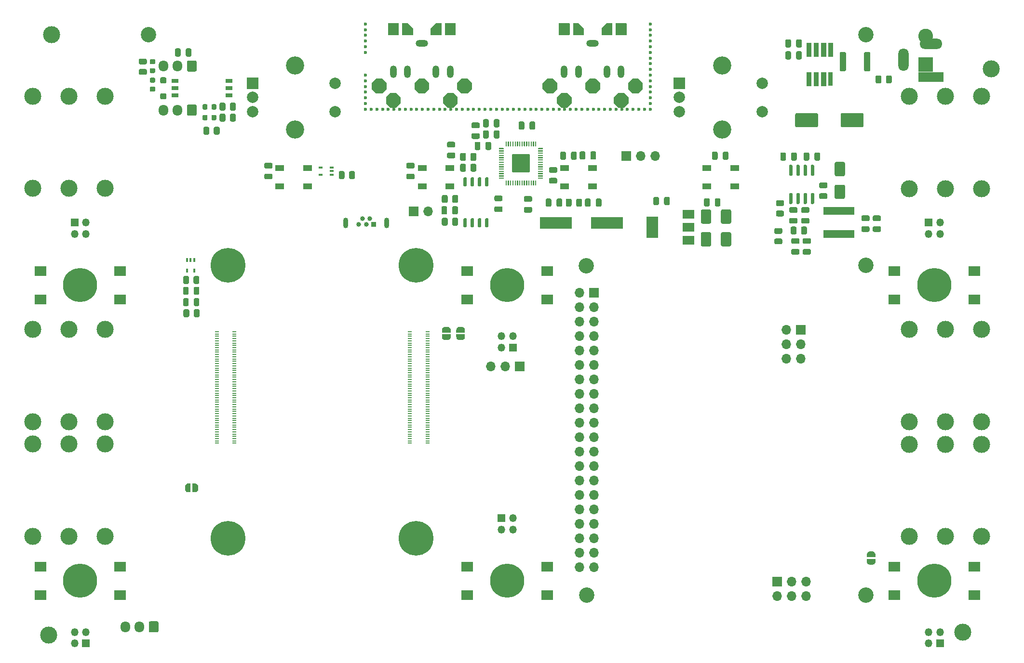
<source format=gts>
G04 #@! TF.GenerationSoftware,KiCad,Pcbnew,7.0.8-7.0.8~ubuntu23.04.1*
G04 #@! TF.CreationDate,2023-10-22T18:20:30+00:00*
G04 #@! TF.ProjectId,pedalboard-hw,70656461-6c62-46f6-9172-642d68772e6b,3.0.2-RC*
G04 #@! TF.SameCoordinates,Original*
G04 #@! TF.FileFunction,Soldermask,Top*
G04 #@! TF.FilePolarity,Negative*
%FSLAX46Y46*%
G04 Gerber Fmt 4.6, Leading zero omitted, Abs format (unit mm)*
G04 Created by KiCad (PCBNEW 7.0.8-7.0.8~ubuntu23.04.1) date 2023-10-22 18:20:30*
%MOMM*%
%LPD*%
G01*
G04 APERTURE LIST*
%ADD10C,0.010000*%
%ADD11C,2.700000*%
%ADD12C,3.000000*%
%ADD13O,1.200000X2.200000*%
%ADD14O,2.200000X1.200000*%
%ADD15R,4.400000X1.800000*%
%ADD16O,4.000000X1.800000*%
%ADD17O,1.800000X4.000000*%
%ADD18R,2.000000X1.500000*%
%ADD19R,2.000000X3.800000*%
%ADD20R,2.600000X2.600000*%
%ADD21C,2.600000*%
%ADD22R,1.350000X1.350000*%
%ADD23O,1.350000X1.350000*%
%ADD24R,1.500000X1.000000*%
%ADD25R,1.700000X1.700000*%
%ADD26O,1.700000X1.700000*%
%ADD27C,0.600000*%
%ADD28R,2.000000X1.800000*%
%ADD29R,0.840000X0.840000*%
%ADD30C,0.840000*%
%ADD31O,0.850000X1.850000*%
%ADD32R,2.000000X2.000000*%
%ADD33C,2.000000*%
%ADD34C,3.200000*%
%ADD35R,5.500000X1.430000*%
%ADD36R,1.300000X0.800000*%
%ADD37R,5.600000X2.100000*%
%ADD38C,6.100000*%
%ADD39R,0.700000X0.200000*%
%ADD40R,0.650000X0.400000*%
%ADD41R,0.400000X0.650000*%
%ADD42C,6.000000*%
%ADD43O,1.700000X1.950000*%
G04 APERTURE END LIST*
D10*
X158360000Y-26758370D02*
X157557320Y-26758370D01*
X157557320Y-24360000D01*
X158360000Y-24360000D01*
X158360000Y-26758370D01*
G36*
X158360000Y-26758370D02*
G01*
X157557320Y-26758370D01*
X157557320Y-24360000D01*
X158360000Y-24360000D01*
X158360000Y-26758370D01*
G37*
X158360000Y-31961440D02*
X157559130Y-31961440D01*
X157559130Y-29560000D01*
X158360000Y-29560000D01*
X158360000Y-31961440D01*
G36*
X158360000Y-31961440D02*
G01*
X157559130Y-31961440D01*
X157559130Y-29560000D01*
X158360000Y-29560000D01*
X158360000Y-31961440D01*
G37*
X159610000Y-26757440D02*
X158808080Y-26757440D01*
X158808080Y-24360000D01*
X159610000Y-24360000D01*
X159610000Y-26757440D01*
G36*
X159610000Y-26757440D02*
G01*
X158808080Y-26757440D01*
X158808080Y-24360000D01*
X159610000Y-24360000D01*
X159610000Y-26757440D01*
G37*
X159610000Y-31962790D02*
X158809230Y-31962790D01*
X158809230Y-29560000D01*
X159610000Y-29560000D01*
X159610000Y-31962790D01*
G36*
X159610000Y-31962790D02*
G01*
X158809230Y-31962790D01*
X158809230Y-29560000D01*
X159610000Y-29560000D01*
X159610000Y-31962790D01*
G37*
X160910000Y-26758000D02*
X160110357Y-26758000D01*
X160110357Y-24360000D01*
X160910000Y-24360000D01*
X160910000Y-26758000D01*
G36*
X160910000Y-26758000D02*
G01*
X160110357Y-26758000D01*
X160110357Y-24360000D01*
X160910000Y-24360000D01*
X160910000Y-26758000D01*
G37*
X160910000Y-31967460D02*
X160110490Y-31967460D01*
X160110490Y-29560000D01*
X160910000Y-29560000D01*
X160910000Y-31967460D01*
G36*
X160910000Y-31967460D02*
G01*
X160110490Y-31967460D01*
X160110490Y-29560000D01*
X160910000Y-29560000D01*
X160910000Y-31967460D01*
G37*
X162160000Y-26758280D02*
X161361840Y-26758280D01*
X161361840Y-24360000D01*
X162160000Y-24360000D01*
X162160000Y-26758280D01*
G36*
X162160000Y-26758280D02*
G01*
X161361840Y-26758280D01*
X161361840Y-24360000D01*
X162160000Y-24360000D01*
X162160000Y-26758280D01*
G37*
G36*
G01*
X140950000Y-44725000D02*
X140950000Y-43775000D01*
G75*
G02*
X141200000Y-43525000I250000J0D01*
G01*
X141700000Y-43525000D01*
G75*
G02*
X141950000Y-43775000I0J-250000D01*
G01*
X141950000Y-44725000D01*
G75*
G02*
X141700000Y-44975000I-250000J0D01*
G01*
X141200000Y-44975000D01*
G75*
G02*
X140950000Y-44725000I0J250000D01*
G01*
G37*
G36*
G01*
X142850000Y-44725000D02*
X142850000Y-43775000D01*
G75*
G02*
X143100000Y-43525000I250000J0D01*
G01*
X143600000Y-43525000D01*
G75*
G02*
X143850000Y-43775000I0J-250000D01*
G01*
X143850000Y-44725000D01*
G75*
G02*
X143600000Y-44975000I-250000J0D01*
G01*
X143100000Y-44975000D01*
G75*
G02*
X142850000Y-44725000I0J250000D01*
G01*
G37*
G36*
G01*
X114300000Y-44725000D02*
X114300000Y-43775000D01*
G75*
G02*
X114550000Y-43525000I250000J0D01*
G01*
X115050000Y-43525000D01*
G75*
G02*
X115300000Y-43775000I0J-250000D01*
G01*
X115300000Y-44725000D01*
G75*
G02*
X115050000Y-44975000I-250000J0D01*
G01*
X114550000Y-44975000D01*
G75*
G02*
X114300000Y-44725000I0J250000D01*
G01*
G37*
G36*
G01*
X116200000Y-44725000D02*
X116200000Y-43775000D01*
G75*
G02*
X116450000Y-43525000I250000J0D01*
G01*
X116950000Y-43525000D01*
G75*
G02*
X117200000Y-43775000I0J-250000D01*
G01*
X117200000Y-44725000D01*
G75*
G02*
X116950000Y-44975000I-250000J0D01*
G01*
X116450000Y-44975000D01*
G75*
G02*
X116200000Y-44725000I0J250000D01*
G01*
G37*
D11*
X168000000Y-121500000D03*
D12*
X25000000Y-23000000D03*
G36*
G01*
X96715000Y-44910000D02*
X96715000Y-44010000D01*
G75*
G02*
X96965000Y-43760000I250000J0D01*
G01*
X97490000Y-43760000D01*
G75*
G02*
X97740000Y-44010000I0J-250000D01*
G01*
X97740000Y-44910000D01*
G75*
G02*
X97490000Y-45160000I-250000J0D01*
G01*
X96965000Y-45160000D01*
G75*
G02*
X96715000Y-44910000I0J250000D01*
G01*
G37*
G36*
G01*
X98540000Y-44910000D02*
X98540000Y-44010000D01*
G75*
G02*
X98790000Y-43760000I250000J0D01*
G01*
X99315000Y-43760000D01*
G75*
G02*
X99565000Y-44010000I0J-250000D01*
G01*
X99565000Y-44910000D01*
G75*
G02*
X99315000Y-45160000I-250000J0D01*
G01*
X98790000Y-45160000D01*
G75*
G02*
X98540000Y-44910000I0J250000D01*
G01*
G37*
D13*
X125000000Y-29500000D03*
X122500000Y-29500000D03*
D14*
X120000000Y-24500000D03*
D13*
X115000000Y-29500000D03*
X117500000Y-29500000D03*
G36*
G01*
X99915000Y-41300000D02*
X98965000Y-41300000D01*
G75*
G02*
X98715000Y-41050000I0J250000D01*
G01*
X98715000Y-40550000D01*
G75*
G02*
X98965000Y-40300000I250000J0D01*
G01*
X99915000Y-40300000D01*
G75*
G02*
X100165000Y-40550000I0J-250000D01*
G01*
X100165000Y-41050000D01*
G75*
G02*
X99915000Y-41300000I-250000J0D01*
G01*
G37*
G36*
G01*
X99915000Y-39400000D02*
X98965000Y-39400000D01*
G75*
G02*
X98715000Y-39150000I0J250000D01*
G01*
X98715000Y-38650000D01*
G75*
G02*
X98965000Y-38400000I250000J0D01*
G01*
X99915000Y-38400000D01*
G75*
G02*
X100165000Y-38650000I0J-250000D01*
G01*
X100165000Y-39150000D01*
G75*
G02*
X99915000Y-39400000I-250000J0D01*
G01*
G37*
G36*
G01*
X157625000Y-56950000D02*
X157625000Y-57850000D01*
G75*
G02*
X157375000Y-58100000I-250000J0D01*
G01*
X156850000Y-58100000D01*
G75*
G02*
X156600000Y-57850000I0J250000D01*
G01*
X156600000Y-56950000D01*
G75*
G02*
X156850000Y-56700000I250000J0D01*
G01*
X157375000Y-56700000D01*
G75*
G02*
X157625000Y-56950000I0J-250000D01*
G01*
G37*
G36*
G01*
X155800000Y-56950000D02*
X155800000Y-57850000D01*
G75*
G02*
X155550000Y-58100000I-250000J0D01*
G01*
X155025000Y-58100000D01*
G75*
G02*
X154775000Y-57850000I0J250000D01*
G01*
X154775000Y-56950000D01*
G75*
G02*
X155025000Y-56700000I250000J0D01*
G01*
X155550000Y-56700000D01*
G75*
G02*
X155800000Y-56950000I0J-250000D01*
G01*
G37*
D12*
X190000000Y-29000000D03*
G36*
G01*
X139250000Y-53700000D02*
X140550000Y-53700000D01*
G75*
G02*
X140800000Y-53950000I0J-250000D01*
G01*
X140800000Y-55950000D01*
G75*
G02*
X140550000Y-56200000I-250000J0D01*
G01*
X139250000Y-56200000D01*
G75*
G02*
X139000000Y-55950000I0J250000D01*
G01*
X139000000Y-53950000D01*
G75*
G02*
X139250000Y-53700000I250000J0D01*
G01*
G37*
G36*
G01*
X139250000Y-57700000D02*
X140550000Y-57700000D01*
G75*
G02*
X140800000Y-57950000I0J-250000D01*
G01*
X140800000Y-59950000D01*
G75*
G02*
X140550000Y-60200000I-250000J0D01*
G01*
X139250000Y-60200000D01*
G75*
G02*
X139000000Y-59950000I0J250000D01*
G01*
X139000000Y-57950000D01*
G75*
G02*
X139250000Y-57700000I250000J0D01*
G01*
G37*
G36*
G01*
X93512500Y-56300000D02*
X93512500Y-55400000D01*
G75*
G02*
X93762500Y-55150000I250000J0D01*
G01*
X94287500Y-55150000D01*
G75*
G02*
X94537500Y-55400000I0J-250000D01*
G01*
X94537500Y-56300000D01*
G75*
G02*
X94287500Y-56550000I-250000J0D01*
G01*
X93762500Y-56550000D01*
G75*
G02*
X93512500Y-56300000I0J250000D01*
G01*
G37*
G36*
G01*
X95337500Y-56300000D02*
X95337500Y-55400000D01*
G75*
G02*
X95587500Y-55150000I250000J0D01*
G01*
X96112500Y-55150000D01*
G75*
G02*
X96362500Y-55400000I0J-250000D01*
G01*
X96362500Y-56300000D01*
G75*
G02*
X96112500Y-56550000I-250000J0D01*
G01*
X95587500Y-56550000D01*
G75*
G02*
X95337500Y-56300000I0J250000D01*
G01*
G37*
X28050000Y-50000000D03*
X28050000Y-33770000D03*
X21700000Y-50000000D03*
X21700000Y-33770000D03*
X34400000Y-50000000D03*
X34400000Y-33770000D03*
X28050000Y-111200000D03*
X28050000Y-94970000D03*
X21700000Y-111200000D03*
X21700000Y-94970000D03*
X34400000Y-111200000D03*
X34400000Y-94970000D03*
G36*
G01*
X158455000Y-45850000D02*
X158755000Y-45850000D01*
G75*
G02*
X158905000Y-46000000I0J-150000D01*
G01*
X158905000Y-47650000D01*
G75*
G02*
X158755000Y-47800000I-150000J0D01*
G01*
X158455000Y-47800000D01*
G75*
G02*
X158305000Y-47650000I0J150000D01*
G01*
X158305000Y-46000000D01*
G75*
G02*
X158455000Y-45850000I150000J0D01*
G01*
G37*
G36*
G01*
X157185000Y-45850000D02*
X157485000Y-45850000D01*
G75*
G02*
X157635000Y-46000000I0J-150000D01*
G01*
X157635000Y-47650000D01*
G75*
G02*
X157485000Y-47800000I-150000J0D01*
G01*
X157185000Y-47800000D01*
G75*
G02*
X157035000Y-47650000I0J150000D01*
G01*
X157035000Y-46000000D01*
G75*
G02*
X157185000Y-45850000I150000J0D01*
G01*
G37*
G36*
G01*
X155915000Y-45850000D02*
X156215000Y-45850000D01*
G75*
G02*
X156365000Y-46000000I0J-150000D01*
G01*
X156365000Y-47650000D01*
G75*
G02*
X156215000Y-47800000I-150000J0D01*
G01*
X155915000Y-47800000D01*
G75*
G02*
X155765000Y-47650000I0J150000D01*
G01*
X155765000Y-46000000D01*
G75*
G02*
X155915000Y-45850000I150000J0D01*
G01*
G37*
G36*
G01*
X154645000Y-45850000D02*
X154945000Y-45850000D01*
G75*
G02*
X155095000Y-46000000I0J-150000D01*
G01*
X155095000Y-47650000D01*
G75*
G02*
X154945000Y-47800000I-150000J0D01*
G01*
X154645000Y-47800000D01*
G75*
G02*
X154495000Y-47650000I0J150000D01*
G01*
X154495000Y-46000000D01*
G75*
G02*
X154645000Y-45850000I150000J0D01*
G01*
G37*
G36*
G01*
X154645000Y-50800000D02*
X154945000Y-50800000D01*
G75*
G02*
X155095000Y-50950000I0J-150000D01*
G01*
X155095000Y-52600000D01*
G75*
G02*
X154945000Y-52750000I-150000J0D01*
G01*
X154645000Y-52750000D01*
G75*
G02*
X154495000Y-52600000I0J150000D01*
G01*
X154495000Y-50950000D01*
G75*
G02*
X154645000Y-50800000I150000J0D01*
G01*
G37*
G36*
G01*
X155915000Y-50800000D02*
X156215000Y-50800000D01*
G75*
G02*
X156365000Y-50950000I0J-150000D01*
G01*
X156365000Y-52600000D01*
G75*
G02*
X156215000Y-52750000I-150000J0D01*
G01*
X155915000Y-52750000D01*
G75*
G02*
X155765000Y-52600000I0J150000D01*
G01*
X155765000Y-50950000D01*
G75*
G02*
X155915000Y-50800000I150000J0D01*
G01*
G37*
G36*
G01*
X157185000Y-50800000D02*
X157485000Y-50800000D01*
G75*
G02*
X157635000Y-50950000I0J-150000D01*
G01*
X157635000Y-52600000D01*
G75*
G02*
X157485000Y-52750000I-150000J0D01*
G01*
X157185000Y-52750000D01*
G75*
G02*
X157035000Y-52600000I0J150000D01*
G01*
X157035000Y-50950000D01*
G75*
G02*
X157185000Y-50800000I150000J0D01*
G01*
G37*
G36*
G01*
X158455000Y-50800000D02*
X158755000Y-50800000D01*
G75*
G02*
X158905000Y-50950000I0J-150000D01*
G01*
X158905000Y-52600000D01*
G75*
G02*
X158755000Y-52750000I-150000J0D01*
G01*
X158455000Y-52750000D01*
G75*
G02*
X158305000Y-52600000I0J150000D01*
G01*
X158305000Y-50950000D01*
G75*
G02*
X158455000Y-50800000I150000J0D01*
G01*
G37*
D15*
X179400000Y-30400000D03*
D16*
X179400000Y-24600000D03*
D17*
X174600000Y-27400000D03*
G36*
G01*
X160025000Y-48950000D02*
X160975000Y-48950000D01*
G75*
G02*
X161225000Y-49200000I0J-250000D01*
G01*
X161225000Y-49700000D01*
G75*
G02*
X160975000Y-49950000I-250000J0D01*
G01*
X160025000Y-49950000D01*
G75*
G02*
X159775000Y-49700000I0J250000D01*
G01*
X159775000Y-49200000D01*
G75*
G02*
X160025000Y-48950000I250000J0D01*
G01*
G37*
G36*
G01*
X160025000Y-50850000D02*
X160975000Y-50850000D01*
G75*
G02*
X161225000Y-51100000I0J-250000D01*
G01*
X161225000Y-51600000D01*
G75*
G02*
X160975000Y-51850000I-250000J0D01*
G01*
X160025000Y-51850000D01*
G75*
G02*
X159775000Y-51600000I0J250000D01*
G01*
X159775000Y-51100000D01*
G75*
G02*
X160025000Y-50850000I250000J0D01*
G01*
G37*
D18*
X136800000Y-59150000D03*
X136800000Y-56850000D03*
D19*
X130500000Y-56850000D03*
D18*
X136800000Y-54550000D03*
D20*
X178500000Y-28210000D03*
D21*
X178500000Y-23210000D03*
G36*
G01*
X133540000Y-51745000D02*
X133540000Y-52695000D01*
G75*
G02*
X133290000Y-52945000I-250000J0D01*
G01*
X132790000Y-52945000D01*
G75*
G02*
X132540000Y-52695000I0J250000D01*
G01*
X132540000Y-51745000D01*
G75*
G02*
X132790000Y-51495000I250000J0D01*
G01*
X133290000Y-51495000D01*
G75*
G02*
X133540000Y-51745000I0J-250000D01*
G01*
G37*
G36*
G01*
X131640000Y-51745000D02*
X131640000Y-52695000D01*
G75*
G02*
X131390000Y-52945000I-250000J0D01*
G01*
X130890000Y-52945000D01*
G75*
G02*
X130640000Y-52695000I0J250000D01*
G01*
X130640000Y-51745000D01*
G75*
G02*
X130890000Y-51495000I250000J0D01*
G01*
X131390000Y-51495000D01*
G75*
G02*
X131640000Y-51745000I0J-250000D01*
G01*
G37*
D22*
X29000000Y-56000000D03*
D23*
X31000000Y-56000000D03*
X29000000Y-58000000D03*
X31000000Y-58000000D03*
G36*
G01*
X96715000Y-46810000D02*
X96715000Y-45910000D01*
G75*
G02*
X96965000Y-45660000I250000J0D01*
G01*
X97490000Y-45660000D01*
G75*
G02*
X97740000Y-45910000I0J-250000D01*
G01*
X97740000Y-46810000D01*
G75*
G02*
X97490000Y-47060000I-250000J0D01*
G01*
X96965000Y-47060000D01*
G75*
G02*
X96715000Y-46810000I0J250000D01*
G01*
G37*
G36*
G01*
X98540000Y-46810000D02*
X98540000Y-45910000D01*
G75*
G02*
X98790000Y-45660000I250000J0D01*
G01*
X99315000Y-45660000D01*
G75*
G02*
X99565000Y-45910000I0J-250000D01*
G01*
X99565000Y-46810000D01*
G75*
G02*
X99315000Y-47060000I-250000J0D01*
G01*
X98790000Y-47060000D01*
G75*
G02*
X98540000Y-46810000I0J250000D01*
G01*
G37*
G36*
G01*
X96337500Y-53375000D02*
X96337500Y-54325000D01*
G75*
G02*
X96087500Y-54575000I-250000J0D01*
G01*
X95587500Y-54575000D01*
G75*
G02*
X95337500Y-54325000I0J250000D01*
G01*
X95337500Y-53375000D01*
G75*
G02*
X95587500Y-53125000I250000J0D01*
G01*
X96087500Y-53125000D01*
G75*
G02*
X96337500Y-53375000I0J-250000D01*
G01*
G37*
G36*
G01*
X94437500Y-53375000D02*
X94437500Y-54325000D01*
G75*
G02*
X94187500Y-54575000I-250000J0D01*
G01*
X93687500Y-54575000D01*
G75*
G02*
X93437500Y-54325000I0J250000D01*
G01*
X93437500Y-53375000D01*
G75*
G02*
X93687500Y-53125000I250000J0D01*
G01*
X94187500Y-53125000D01*
G75*
G02*
X94437500Y-53375000I0J-250000D01*
G01*
G37*
G36*
X49400000Y-103400000D02*
G01*
X48900000Y-103400000D01*
X48900000Y-103394911D01*
X48828843Y-103394911D01*
X48692292Y-103354816D01*
X48572570Y-103277875D01*
X48479373Y-103170320D01*
X48420254Y-103040866D01*
X48400000Y-102900000D01*
X48400000Y-102400000D01*
X48420254Y-102259134D01*
X48479373Y-102129680D01*
X48572570Y-102022125D01*
X48692292Y-101945184D01*
X48828843Y-101905089D01*
X48900000Y-101905089D01*
X48900000Y-101900000D01*
X49400000Y-101900000D01*
X49400000Y-103400000D01*
G37*
G36*
X50200000Y-101905089D02*
G01*
X50271157Y-101905089D01*
X50407708Y-101945184D01*
X50527430Y-102022125D01*
X50620627Y-102129680D01*
X50679746Y-102259134D01*
X50700000Y-102400000D01*
X50700000Y-102900000D01*
X50679746Y-103040866D01*
X50620627Y-103170320D01*
X50527430Y-103277875D01*
X50407708Y-103354816D01*
X50271157Y-103394911D01*
X50200000Y-103394911D01*
X50200000Y-103400000D01*
X49700000Y-103400000D01*
X49700000Y-101900000D01*
X50200000Y-101900000D01*
X50200000Y-101905089D01*
G37*
G36*
G01*
X156737500Y-24025000D02*
X156737500Y-24975000D01*
G75*
G02*
X156487500Y-25225000I-250000J0D01*
G01*
X155987500Y-25225000D01*
G75*
G02*
X155737500Y-24975000I0J250000D01*
G01*
X155737500Y-24025000D01*
G75*
G02*
X155987500Y-23775000I250000J0D01*
G01*
X156487500Y-23775000D01*
G75*
G02*
X156737500Y-24025000I0J-250000D01*
G01*
G37*
G36*
G01*
X154837500Y-24025000D02*
X154837500Y-24975000D01*
G75*
G02*
X154587500Y-25225000I-250000J0D01*
G01*
X154087500Y-25225000D01*
G75*
G02*
X153837500Y-24975000I0J250000D01*
G01*
X153837500Y-24025000D01*
G75*
G02*
X154087500Y-23775000I250000J0D01*
G01*
X154587500Y-23775000D01*
G75*
G02*
X154837500Y-24025000I0J-250000D01*
G01*
G37*
D24*
X119950000Y-49600000D03*
X119950000Y-46400000D03*
X115050000Y-46400000D03*
X115050000Y-49600000D03*
G36*
G01*
X157125000Y-58750000D02*
X158075000Y-58750000D01*
G75*
G02*
X158325000Y-59000000I0J-250000D01*
G01*
X158325000Y-59500000D01*
G75*
G02*
X158075000Y-59750000I-250000J0D01*
G01*
X157125000Y-59750000D01*
G75*
G02*
X156875000Y-59500000I0J250000D01*
G01*
X156875000Y-59000000D01*
G75*
G02*
X157125000Y-58750000I250000J0D01*
G01*
G37*
G36*
G01*
X157125000Y-60650000D02*
X158075000Y-60650000D01*
G75*
G02*
X158325000Y-60900000I0J-250000D01*
G01*
X158325000Y-61400000D01*
G75*
G02*
X158075000Y-61650000I-250000J0D01*
G01*
X157125000Y-61650000D01*
G75*
G02*
X156875000Y-61400000I0J250000D01*
G01*
X156875000Y-60900000D01*
G75*
G02*
X157125000Y-60650000I250000J0D01*
G01*
G37*
G36*
G01*
X153050000Y-59825000D02*
X152150000Y-59825000D01*
G75*
G02*
X151900000Y-59575000I0J250000D01*
G01*
X151900000Y-59050000D01*
G75*
G02*
X152150000Y-58800000I250000J0D01*
G01*
X153050000Y-58800000D01*
G75*
G02*
X153300000Y-59050000I0J-250000D01*
G01*
X153300000Y-59575000D01*
G75*
G02*
X153050000Y-59825000I-250000J0D01*
G01*
G37*
G36*
G01*
X153050000Y-58000000D02*
X152150000Y-58000000D01*
G75*
G02*
X151900000Y-57750000I0J250000D01*
G01*
X151900000Y-57225000D01*
G75*
G02*
X152150000Y-56975000I250000J0D01*
G01*
X153050000Y-56975000D01*
G75*
G02*
X153300000Y-57225000I0J-250000D01*
G01*
X153300000Y-57750000D01*
G75*
G02*
X153050000Y-58000000I-250000J0D01*
G01*
G37*
G36*
G01*
X93512500Y-52300000D02*
X93512500Y-51400000D01*
G75*
G02*
X93762500Y-51150000I250000J0D01*
G01*
X94287500Y-51150000D01*
G75*
G02*
X94537500Y-51400000I0J-250000D01*
G01*
X94537500Y-52300000D01*
G75*
G02*
X94287500Y-52550000I-250000J0D01*
G01*
X93762500Y-52550000D01*
G75*
G02*
X93512500Y-52300000I0J250000D01*
G01*
G37*
G36*
G01*
X95337500Y-52300000D02*
X95337500Y-51400000D01*
G75*
G02*
X95587500Y-51150000I250000J0D01*
G01*
X96112500Y-51150000D01*
G75*
G02*
X96362500Y-51400000I0J-250000D01*
G01*
X96362500Y-52300000D01*
G75*
G02*
X96112500Y-52550000I-250000J0D01*
G01*
X95587500Y-52550000D01*
G75*
G02*
X95337500Y-52300000I0J250000D01*
G01*
G37*
D12*
X28050000Y-91000000D03*
X28050000Y-74770000D03*
X21700000Y-91000000D03*
X21700000Y-74770000D03*
X34400000Y-91000000D03*
X34400000Y-74770000D03*
X181950000Y-94995000D03*
X181950000Y-111225000D03*
X188300000Y-94995000D03*
X188300000Y-111225000D03*
X175600000Y-94995000D03*
X175600000Y-111225000D03*
D25*
X125860000Y-44300000D03*
D26*
X128400000Y-44300000D03*
X130940000Y-44300000D03*
D24*
X144950000Y-49600000D03*
X144950000Y-46400000D03*
X140050000Y-46400000D03*
X140050000Y-49600000D03*
D11*
X118980000Y-121520000D03*
G36*
G01*
X152950000Y-44875000D02*
X152950000Y-43925000D01*
G75*
G02*
X153200000Y-43675000I250000J0D01*
G01*
X153700000Y-43675000D01*
G75*
G02*
X153950000Y-43925000I0J-250000D01*
G01*
X153950000Y-44875000D01*
G75*
G02*
X153700000Y-45125000I-250000J0D01*
G01*
X153200000Y-45125000D01*
G75*
G02*
X152950000Y-44875000I0J250000D01*
G01*
G37*
G36*
G01*
X154850000Y-44875000D02*
X154850000Y-43925000D01*
G75*
G02*
X155100000Y-43675000I250000J0D01*
G01*
X155600000Y-43675000D01*
G75*
G02*
X155850000Y-43925000I0J-250000D01*
G01*
X155850000Y-44875000D01*
G75*
G02*
X155600000Y-45125000I-250000J0D01*
G01*
X155100000Y-45125000D01*
G75*
G02*
X154850000Y-44875000I0J250000D01*
G01*
G37*
D22*
X181000000Y-130000000D03*
D23*
X179000000Y-130000000D03*
X181000000Y-128000000D03*
X179000000Y-128000000D03*
G36*
G01*
X167425000Y-54750000D02*
X168375000Y-54750000D01*
G75*
G02*
X168625000Y-55000000I0J-250000D01*
G01*
X168625000Y-55500000D01*
G75*
G02*
X168375000Y-55750000I-250000J0D01*
G01*
X167425000Y-55750000D01*
G75*
G02*
X167175000Y-55500000I0J250000D01*
G01*
X167175000Y-55000000D01*
G75*
G02*
X167425000Y-54750000I250000J0D01*
G01*
G37*
G36*
G01*
X167425000Y-56650000D02*
X168375000Y-56650000D01*
G75*
G02*
X168625000Y-56900000I0J-250000D01*
G01*
X168625000Y-57400000D01*
G75*
G02*
X168375000Y-57650000I-250000J0D01*
G01*
X167425000Y-57650000D01*
G75*
G02*
X167175000Y-57400000I0J250000D01*
G01*
X167175000Y-56900000D01*
G75*
G02*
X167425000Y-56650000I250000J0D01*
G01*
G37*
D27*
X80100000Y-21075000D03*
X80100000Y-22075000D03*
X80100000Y-23075000D03*
X80100000Y-24075000D03*
X80100000Y-25075000D03*
X80100000Y-26075000D03*
X80100000Y-30075000D03*
X80100000Y-31075000D03*
X80100000Y-32075000D03*
X80100000Y-33075000D03*
X80100000Y-34075000D03*
X80100000Y-35075000D03*
X80100000Y-36075000D03*
X81100000Y-36075000D03*
X82100000Y-36075000D03*
X83100000Y-36075000D03*
X84100000Y-36075000D03*
X85100000Y-36075000D03*
X86100000Y-36075000D03*
X87100000Y-36075000D03*
X88100000Y-36075000D03*
X89100000Y-36075000D03*
X90100000Y-36075000D03*
X91100000Y-36075000D03*
X92100000Y-36075000D03*
X93100000Y-36075000D03*
X94100000Y-36075000D03*
X95100000Y-36075000D03*
X96100000Y-36075000D03*
X97100000Y-36075000D03*
X98100000Y-36075000D03*
X99100000Y-36075000D03*
X100100000Y-36075000D03*
X101100000Y-36075000D03*
X102100000Y-36075000D03*
X103100000Y-36075000D03*
X104100000Y-36075000D03*
X105100000Y-36075000D03*
X106100000Y-36075000D03*
X107100000Y-36075000D03*
X108100000Y-36075000D03*
X109100000Y-36075000D03*
X110100000Y-36075000D03*
X111100000Y-36075000D03*
X112100000Y-36075000D03*
X113100000Y-36075000D03*
X114100000Y-36075000D03*
X115100000Y-36075000D03*
X116100000Y-36075000D03*
X117100000Y-36075000D03*
X118100000Y-36075000D03*
X119100000Y-36075000D03*
X120100000Y-36075000D03*
X121100000Y-36075000D03*
X122100000Y-36075000D03*
X123100000Y-36075000D03*
X124100000Y-36075000D03*
X125100000Y-36075000D03*
X126100000Y-36075000D03*
X127100000Y-36075000D03*
X128100000Y-36075000D03*
X129100000Y-36075000D03*
X130100000Y-21075000D03*
X130100000Y-22075000D03*
X130100000Y-23075000D03*
X130100000Y-24075000D03*
X130100000Y-25075000D03*
X130100000Y-26075000D03*
X130100000Y-27075000D03*
X130100000Y-28075000D03*
X130100000Y-29075000D03*
X130100000Y-30075000D03*
X130100000Y-31075000D03*
X130100000Y-32075000D03*
X130100000Y-33075000D03*
X130100000Y-34075000D03*
X130100000Y-35075000D03*
X130100000Y-36075000D03*
D22*
X31000000Y-130000000D03*
D23*
X29000000Y-130000000D03*
X31000000Y-128000000D03*
X29000000Y-128000000D03*
D28*
X98000000Y-64500000D03*
X112000000Y-64500000D03*
X98000000Y-69500000D03*
X112000000Y-69500000D03*
D12*
X185000000Y-128000000D03*
D22*
X106000000Y-78000000D03*
D23*
X104000000Y-78000000D03*
X106000000Y-76000000D03*
X104000000Y-76000000D03*
G36*
G01*
X78250000Y-47200000D02*
X78250000Y-48100000D01*
G75*
G02*
X78000000Y-48350000I-250000J0D01*
G01*
X77475000Y-48350000D01*
G75*
G02*
X77225000Y-48100000I0J250000D01*
G01*
X77225000Y-47200000D01*
G75*
G02*
X77475000Y-46950000I250000J0D01*
G01*
X78000000Y-46950000D01*
G75*
G02*
X78250000Y-47200000I0J-250000D01*
G01*
G37*
G36*
G01*
X76425000Y-47200000D02*
X76425000Y-48100000D01*
G75*
G02*
X76175000Y-48350000I-250000J0D01*
G01*
X75650000Y-48350000D01*
G75*
G02*
X75400000Y-48100000I0J250000D01*
G01*
X75400000Y-47200000D01*
G75*
G02*
X75650000Y-46950000I250000J0D01*
G01*
X76175000Y-46950000D01*
G75*
G02*
X76425000Y-47200000I0J-250000D01*
G01*
G37*
D29*
X81540000Y-56290000D03*
D30*
X80890000Y-55290000D03*
X80240000Y-56290000D03*
X79590000Y-55290000D03*
X78940000Y-56290000D03*
D31*
X83815000Y-56070000D03*
X76665000Y-56070000D03*
D11*
X42000000Y-23000000D03*
D12*
X181965000Y-33800000D03*
X181965000Y-50030000D03*
X188315000Y-33800000D03*
X188315000Y-50030000D03*
X175615000Y-33800000D03*
X175615000Y-50030000D03*
G36*
G01*
X49550000Y-25625000D02*
X49550000Y-26575000D01*
G75*
G02*
X49300000Y-26825000I-250000J0D01*
G01*
X48800000Y-26825000D01*
G75*
G02*
X48550000Y-26575000I0J250000D01*
G01*
X48550000Y-25625000D01*
G75*
G02*
X48800000Y-25375000I250000J0D01*
G01*
X49300000Y-25375000D01*
G75*
G02*
X49550000Y-25625000I0J-250000D01*
G01*
G37*
G36*
G01*
X47650000Y-25625000D02*
X47650000Y-26575000D01*
G75*
G02*
X47400000Y-26825000I-250000J0D01*
G01*
X46900000Y-26825000D01*
G75*
G02*
X46650000Y-26575000I0J250000D01*
G01*
X46650000Y-25625000D01*
G75*
G02*
X46900000Y-25375000I250000J0D01*
G01*
X47400000Y-25375000D01*
G75*
G02*
X47650000Y-25625000I0J-250000D01*
G01*
G37*
D11*
X168000000Y-63500000D03*
G36*
X111946312Y-33285921D02*
G01*
X111214079Y-32553688D01*
X111199200Y-32517767D01*
X111199200Y-31482233D01*
X111214079Y-31446312D01*
X111946312Y-30714079D01*
X111982233Y-30699200D01*
X113017767Y-30699200D01*
X113053688Y-30714079D01*
X113785921Y-31446312D01*
X113800800Y-31482233D01*
X113800800Y-32517767D01*
X113785921Y-32553688D01*
X113053688Y-33285921D01*
X113017767Y-33300800D01*
X111982233Y-33300800D01*
X111946312Y-33285921D01*
G37*
G36*
X121285921Y-32553688D02*
G01*
X120553688Y-33285921D01*
X120517767Y-33300800D01*
X119482233Y-33300800D01*
X119446312Y-33285921D01*
X118714079Y-32553688D01*
X118699200Y-32517767D01*
X118699200Y-31482233D01*
X118714079Y-31446312D01*
X119446312Y-30714079D01*
X119482233Y-30699200D01*
X120517767Y-30699200D01*
X120553688Y-30714079D01*
X121285921Y-31446312D01*
X121300800Y-31482233D01*
X121300800Y-32517767D01*
X121285921Y-32553688D01*
G37*
G36*
X126946312Y-33285921D02*
G01*
X126214079Y-32553688D01*
X126199200Y-32517767D01*
X126199200Y-31482233D01*
X126214079Y-31446312D01*
X126946312Y-30714079D01*
X126982233Y-30699200D01*
X128017767Y-30699200D01*
X128053688Y-30714079D01*
X128785921Y-31446312D01*
X128800800Y-31482233D01*
X128800800Y-32517767D01*
X128785921Y-32553688D01*
X128053688Y-33285921D01*
X128017767Y-33300800D01*
X126982233Y-33300800D01*
X126946312Y-33285921D01*
G37*
G36*
X114446312Y-35785921D02*
G01*
X113714079Y-35053688D01*
X113699200Y-35017767D01*
X113699200Y-33982233D01*
X113714079Y-33946312D01*
X114446312Y-33214079D01*
X114482233Y-33199200D01*
X115517767Y-33199200D01*
X115553688Y-33214079D01*
X116285921Y-33946312D01*
X116300800Y-33982233D01*
X116300800Y-35017767D01*
X116285921Y-35053688D01*
X115553688Y-35785921D01*
X115517767Y-35800800D01*
X114482233Y-35800800D01*
X114446312Y-35785921D01*
G37*
G36*
X124446312Y-35785921D02*
G01*
X123714079Y-35053688D01*
X123699200Y-35017767D01*
X123699200Y-33982233D01*
X123714079Y-33946312D01*
X124446312Y-33214079D01*
X124482233Y-33199200D01*
X125517767Y-33199200D01*
X125553688Y-33214079D01*
X126285921Y-33946312D01*
X126300800Y-33982233D01*
X126300800Y-35017767D01*
X126285921Y-35053688D01*
X125553688Y-35785921D01*
X125517767Y-35800800D01*
X124482233Y-35800800D01*
X124446312Y-35785921D01*
G37*
G36*
X121564079Y-23035921D02*
G01*
X121549200Y-23000000D01*
X121549200Y-21900000D01*
X121564079Y-21864079D01*
X122464079Y-20964079D01*
X122500000Y-20949200D01*
X123400000Y-20949200D01*
X123435921Y-20964079D01*
X123450800Y-21000000D01*
X123450800Y-23000000D01*
X123435921Y-23035921D01*
X123400000Y-23050800D01*
X121600000Y-23050800D01*
X121564079Y-23035921D01*
G37*
G36*
G01*
X125950800Y-21000000D02*
X125950800Y-23000000D01*
G75*
G02*
X125900000Y-23050800I-50800J0D01*
G01*
X124100000Y-23050800D01*
G75*
G02*
X124049200Y-23000000I0J50800D01*
G01*
X124049200Y-21000000D01*
G75*
G02*
X124100000Y-20949200I50800J0D01*
G01*
X125900000Y-20949200D01*
G75*
G02*
X125950800Y-21000000I0J-50800D01*
G01*
G37*
G36*
G01*
X115950800Y-21000000D02*
X115950800Y-23000000D01*
G75*
G02*
X115900000Y-23050800I-50800J0D01*
G01*
X114100000Y-23050800D01*
G75*
G02*
X114049200Y-23000000I0J50800D01*
G01*
X114049200Y-21000000D01*
G75*
G02*
X114100000Y-20949200I50800J0D01*
G01*
X115900000Y-20949200D01*
G75*
G02*
X115950800Y-21000000I0J-50800D01*
G01*
G37*
G36*
X116564079Y-23035921D02*
G01*
X116549200Y-23000000D01*
X116549200Y-21000000D01*
X116564079Y-20964079D01*
X116600000Y-20949200D01*
X117500000Y-20949200D01*
X117535921Y-20964079D01*
X118435921Y-21864079D01*
X118450800Y-21900000D01*
X118450800Y-23000000D01*
X118435921Y-23035921D01*
X118400000Y-23050800D01*
X116600000Y-23050800D01*
X116564079Y-23035921D01*
G37*
D32*
X60250000Y-31500000D03*
D33*
X60250000Y-36500000D03*
X60250000Y-34000000D03*
D34*
X67750000Y-28400000D03*
X67750000Y-39600000D03*
D33*
X74750000Y-36500000D03*
X74750000Y-31500000D03*
G36*
G01*
X62575000Y-45500000D02*
X63525000Y-45500000D01*
G75*
G02*
X63775000Y-45750000I0J-250000D01*
G01*
X63775000Y-46250000D01*
G75*
G02*
X63525000Y-46500000I-250000J0D01*
G01*
X62575000Y-46500000D01*
G75*
G02*
X62325000Y-46250000I0J250000D01*
G01*
X62325000Y-45750000D01*
G75*
G02*
X62575000Y-45500000I250000J0D01*
G01*
G37*
G36*
G01*
X62575000Y-47400000D02*
X63525000Y-47400000D01*
G75*
G02*
X63775000Y-47650000I0J-250000D01*
G01*
X63775000Y-48150000D01*
G75*
G02*
X63525000Y-48400000I-250000J0D01*
G01*
X62575000Y-48400000D01*
G75*
G02*
X62325000Y-48150000I0J250000D01*
G01*
X62325000Y-47650000D01*
G75*
G02*
X62575000Y-47400000I250000J0D01*
G01*
G37*
G36*
G01*
X159950000Y-43925000D02*
X159950000Y-44875000D01*
G75*
G02*
X159700000Y-45125000I-250000J0D01*
G01*
X159200000Y-45125000D01*
G75*
G02*
X158950000Y-44875000I0J250000D01*
G01*
X158950000Y-43925000D01*
G75*
G02*
X159200000Y-43675000I250000J0D01*
G01*
X159700000Y-43675000D01*
G75*
G02*
X159950000Y-43925000I0J-250000D01*
G01*
G37*
G36*
G01*
X158050000Y-43925000D02*
X158050000Y-44875000D01*
G75*
G02*
X157800000Y-45125000I-250000J0D01*
G01*
X157300000Y-45125000D01*
G75*
G02*
X157050000Y-44875000I0J250000D01*
G01*
X157050000Y-43925000D01*
G75*
G02*
X157300000Y-43675000I250000J0D01*
G01*
X157800000Y-43675000D01*
G75*
G02*
X158050000Y-43925000I0J-250000D01*
G01*
G37*
D35*
X163200000Y-53980000D03*
X163200000Y-58020000D03*
D24*
X94950000Y-49600000D03*
X94950000Y-46400000D03*
X90050000Y-46400000D03*
X90050000Y-49600000D03*
D22*
X179000000Y-56000000D03*
D23*
X181000000Y-56000000D03*
X179000000Y-58000000D03*
X181000000Y-58000000D03*
G36*
G01*
X95615000Y-44700000D02*
X94665000Y-44700000D01*
G75*
G02*
X94415000Y-44450000I0J250000D01*
G01*
X94415000Y-43950000D01*
G75*
G02*
X94665000Y-43700000I250000J0D01*
G01*
X95615000Y-43700000D01*
G75*
G02*
X95865000Y-43950000I0J-250000D01*
G01*
X95865000Y-44450000D01*
G75*
G02*
X95615000Y-44700000I-250000J0D01*
G01*
G37*
G36*
G01*
X95615000Y-42800000D02*
X94665000Y-42800000D01*
G75*
G02*
X94415000Y-42550000I0J250000D01*
G01*
X94415000Y-42050000D01*
G75*
G02*
X94665000Y-41800000I250000J0D01*
G01*
X95615000Y-41800000D01*
G75*
G02*
X95865000Y-42050000I0J-250000D01*
G01*
X95865000Y-42550000D01*
G75*
G02*
X95615000Y-42800000I-250000J0D01*
G01*
G37*
G36*
G01*
X40550000Y-27175000D02*
X41450000Y-27175000D01*
G75*
G02*
X41700000Y-27425000I0J-250000D01*
G01*
X41700000Y-27950000D01*
G75*
G02*
X41450000Y-28200000I-250000J0D01*
G01*
X40550000Y-28200000D01*
G75*
G02*
X40300000Y-27950000I0J250000D01*
G01*
X40300000Y-27425000D01*
G75*
G02*
X40550000Y-27175000I250000J0D01*
G01*
G37*
G36*
G01*
X40550000Y-29000000D02*
X41450000Y-29000000D01*
G75*
G02*
X41700000Y-29250000I0J-250000D01*
G01*
X41700000Y-29775000D01*
G75*
G02*
X41450000Y-30025000I-250000J0D01*
G01*
X40550000Y-30025000D01*
G75*
G02*
X40300000Y-29775000I0J250000D01*
G01*
X40300000Y-29250000D01*
G75*
G02*
X40550000Y-29000000I250000J0D01*
G01*
G37*
D24*
X69950000Y-49600000D03*
X69950000Y-46400000D03*
X65050000Y-46400000D03*
X65050000Y-49600000D03*
G36*
G01*
X87525000Y-45500000D02*
X88475000Y-45500000D01*
G75*
G02*
X88725000Y-45750000I0J-250000D01*
G01*
X88725000Y-46250000D01*
G75*
G02*
X88475000Y-46500000I-250000J0D01*
G01*
X87525000Y-46500000D01*
G75*
G02*
X87275000Y-46250000I0J250000D01*
G01*
X87275000Y-45750000D01*
G75*
G02*
X87525000Y-45500000I250000J0D01*
G01*
G37*
G36*
G01*
X87525000Y-47400000D02*
X88475000Y-47400000D01*
G75*
G02*
X88725000Y-47650000I0J-250000D01*
G01*
X88725000Y-48150000D01*
G75*
G02*
X88475000Y-48400000I-250000J0D01*
G01*
X87525000Y-48400000D01*
G75*
G02*
X87275000Y-48150000I0J250000D01*
G01*
X87275000Y-47650000D01*
G75*
G02*
X87525000Y-47400000I250000J0D01*
G01*
G37*
G36*
G01*
X102975000Y-51250000D02*
X103925000Y-51250000D01*
G75*
G02*
X104175000Y-51500000I0J-250000D01*
G01*
X104175000Y-52000000D01*
G75*
G02*
X103925000Y-52250000I-250000J0D01*
G01*
X102975000Y-52250000D01*
G75*
G02*
X102725000Y-52000000I0J250000D01*
G01*
X102725000Y-51500000D01*
G75*
G02*
X102975000Y-51250000I250000J0D01*
G01*
G37*
G36*
G01*
X102975000Y-53150000D02*
X103925000Y-53150000D01*
G75*
G02*
X104175000Y-53400000I0J-250000D01*
G01*
X104175000Y-53900000D01*
G75*
G02*
X103925000Y-54150000I-250000J0D01*
G01*
X102975000Y-54150000D01*
G75*
G02*
X102725000Y-53900000I0J250000D01*
G01*
X102725000Y-53400000D01*
G75*
G02*
X102975000Y-53150000I250000J0D01*
G01*
G37*
G36*
G01*
X161363000Y-31860000D02*
X161363000Y-29660000D01*
G75*
G02*
X161465000Y-29558000I102000J0D01*
G01*
X162065000Y-29558000D01*
G75*
G02*
X162167000Y-29660000I0J-102000D01*
G01*
X162167000Y-31860000D01*
G75*
G02*
X162065000Y-31962000I-102000J0D01*
G01*
X161465000Y-31962000D01*
G75*
G02*
X161363000Y-31860000I0J102000D01*
G01*
G37*
G36*
G01*
X115275000Y-52950000D02*
X115275000Y-52050000D01*
G75*
G02*
X115525000Y-51800000I250000J0D01*
G01*
X116050000Y-51800000D01*
G75*
G02*
X116300000Y-52050000I0J-250000D01*
G01*
X116300000Y-52950000D01*
G75*
G02*
X116050000Y-53200000I-250000J0D01*
G01*
X115525000Y-53200000D01*
G75*
G02*
X115275000Y-52950000I0J250000D01*
G01*
G37*
G36*
G01*
X117100000Y-52950000D02*
X117100000Y-52050000D01*
G75*
G02*
X117350000Y-51800000I250000J0D01*
G01*
X117875000Y-51800000D01*
G75*
G02*
X118125000Y-52050000I0J-250000D01*
G01*
X118125000Y-52950000D01*
G75*
G02*
X117875000Y-53200000I-250000J0D01*
G01*
X117350000Y-53200000D01*
G75*
G02*
X117100000Y-52950000I0J250000D01*
G01*
G37*
D25*
X107225000Y-81300000D03*
D26*
X104685000Y-81300000D03*
X102145000Y-81300000D03*
D12*
X181950000Y-74780000D03*
X181950000Y-91010000D03*
X188300000Y-74780000D03*
X188300000Y-91010000D03*
X175600000Y-74780000D03*
X175600000Y-91010000D03*
G36*
X169650000Y-115150000D02*
G01*
X169650000Y-115650000D01*
X169644911Y-115650000D01*
X169644911Y-115721157D01*
X169604816Y-115857708D01*
X169527875Y-115977430D01*
X169420320Y-116070627D01*
X169290866Y-116129746D01*
X169150000Y-116150000D01*
X168650000Y-116150000D01*
X168509134Y-116129746D01*
X168379680Y-116070627D01*
X168272125Y-115977430D01*
X168195184Y-115857708D01*
X168155089Y-115721157D01*
X168155089Y-115650000D01*
X168150000Y-115650000D01*
X168150000Y-115150000D01*
X169650000Y-115150000D01*
G37*
G36*
X168155089Y-114350000D02*
G01*
X168155089Y-114278843D01*
X168195184Y-114142292D01*
X168272125Y-114022570D01*
X168379680Y-113929373D01*
X168509134Y-113870254D01*
X168650000Y-113850000D01*
X169150000Y-113850000D01*
X169290866Y-113870254D01*
X169420320Y-113929373D01*
X169527875Y-114022570D01*
X169604816Y-114142292D01*
X169644911Y-114278843D01*
X169644911Y-114350000D01*
X169650000Y-114350000D01*
X169650000Y-114850000D01*
X168150000Y-114850000D01*
X168150000Y-114350000D01*
X168155089Y-114350000D01*
G37*
D28*
X23000000Y-64500000D03*
X37000000Y-64500000D03*
X23000000Y-69500000D03*
X37000000Y-69500000D03*
G36*
G01*
X156737500Y-26125000D02*
X156737500Y-27075000D01*
G75*
G02*
X156487500Y-27325000I-250000J0D01*
G01*
X155987500Y-27325000D01*
G75*
G02*
X155737500Y-27075000I0J250000D01*
G01*
X155737500Y-26125000D01*
G75*
G02*
X155987500Y-25875000I250000J0D01*
G01*
X156487500Y-25875000D01*
G75*
G02*
X156737500Y-26125000I0J-250000D01*
G01*
G37*
G36*
G01*
X154837500Y-26125000D02*
X154837500Y-27075000D01*
G75*
G02*
X154587500Y-27325000I-250000J0D01*
G01*
X154087500Y-27325000D01*
G75*
G02*
X153837500Y-27075000I0J250000D01*
G01*
X153837500Y-26125000D01*
G75*
G02*
X154087500Y-25875000I250000J0D01*
G01*
X154587500Y-25875000D01*
G75*
G02*
X154837500Y-26125000I0J-250000D01*
G01*
G37*
D25*
X88600000Y-54000000D03*
D26*
X91140000Y-54000000D03*
D36*
X46650000Y-31130000D03*
X46650000Y-32400000D03*
X46650000Y-33670000D03*
X56150000Y-33670000D03*
X56150000Y-32400000D03*
X56150000Y-31130000D03*
G36*
G01*
X57325000Y-35162500D02*
X57325000Y-36062500D01*
G75*
G02*
X57075000Y-36312500I-250000J0D01*
G01*
X56550000Y-36312500D01*
G75*
G02*
X56300000Y-36062500I0J250000D01*
G01*
X56300000Y-35162500D01*
G75*
G02*
X56550000Y-34912500I250000J0D01*
G01*
X57075000Y-34912500D01*
G75*
G02*
X57325000Y-35162500I0J-250000D01*
G01*
G37*
G36*
G01*
X55500000Y-35162500D02*
X55500000Y-36062500D01*
G75*
G02*
X55250000Y-36312500I-250000J0D01*
G01*
X54725000Y-36312500D01*
G75*
G02*
X54475000Y-36062500I0J250000D01*
G01*
X54475000Y-35162500D01*
G75*
G02*
X54725000Y-34912500I250000J0D01*
G01*
X55250000Y-34912500D01*
G75*
G02*
X55500000Y-35162500I0J-250000D01*
G01*
G37*
G36*
G01*
X48125000Y-72400000D02*
X48125000Y-71500000D01*
G75*
G02*
X48375000Y-71250000I250000J0D01*
G01*
X48900000Y-71250000D01*
G75*
G02*
X49150000Y-71500000I0J-250000D01*
G01*
X49150000Y-72400000D01*
G75*
G02*
X48900000Y-72650000I-250000J0D01*
G01*
X48375000Y-72650000D01*
G75*
G02*
X48125000Y-72400000I0J250000D01*
G01*
G37*
G36*
G01*
X49950000Y-72400000D02*
X49950000Y-71500000D01*
G75*
G02*
X50200000Y-71250000I250000J0D01*
G01*
X50725000Y-71250000D01*
G75*
G02*
X50975000Y-71500000I0J-250000D01*
G01*
X50975000Y-72400000D01*
G75*
G02*
X50725000Y-72650000I-250000J0D01*
G01*
X50200000Y-72650000D01*
G75*
G02*
X49950000Y-72400000I0J250000D01*
G01*
G37*
G36*
G01*
X155567500Y-39000000D02*
X155567500Y-37000000D01*
G75*
G02*
X155817500Y-36750000I250000J0D01*
G01*
X159317500Y-36750000D01*
G75*
G02*
X159567500Y-37000000I0J-250000D01*
G01*
X159567500Y-39000000D01*
G75*
G02*
X159317500Y-39250000I-250000J0D01*
G01*
X155817500Y-39250000D01*
G75*
G02*
X155567500Y-39000000I0J250000D01*
G01*
G37*
G36*
G01*
X163567500Y-39000000D02*
X163567500Y-37000000D01*
G75*
G02*
X163817500Y-36750000I250000J0D01*
G01*
X167317500Y-36750000D01*
G75*
G02*
X167567500Y-37000000I0J-250000D01*
G01*
X167567500Y-39000000D01*
G75*
G02*
X167317500Y-39250000I-250000J0D01*
G01*
X163817500Y-39250000D01*
G75*
G02*
X163567500Y-39000000I0J250000D01*
G01*
G37*
G36*
X97550000Y-75650000D02*
G01*
X97550000Y-76150000D01*
X97544911Y-76150000D01*
X97544911Y-76221157D01*
X97504816Y-76357708D01*
X97427875Y-76477430D01*
X97320320Y-76570627D01*
X97190866Y-76629746D01*
X97050000Y-76650000D01*
X96550000Y-76650000D01*
X96409134Y-76629746D01*
X96279680Y-76570627D01*
X96172125Y-76477430D01*
X96095184Y-76357708D01*
X96055089Y-76221157D01*
X96055089Y-76150000D01*
X96050000Y-76150000D01*
X96050000Y-75650000D01*
X97550000Y-75650000D01*
G37*
G36*
X96055089Y-74850000D02*
G01*
X96055089Y-74778843D01*
X96095184Y-74642292D01*
X96172125Y-74522570D01*
X96279680Y-74429373D01*
X96409134Y-74370254D01*
X96550000Y-74350000D01*
X97050000Y-74350000D01*
X97190866Y-74370254D01*
X97320320Y-74429373D01*
X97427875Y-74522570D01*
X97504816Y-74642292D01*
X97544911Y-74778843D01*
X97544911Y-74850000D01*
X97550000Y-74850000D01*
X97550000Y-75350000D01*
X96050000Y-75350000D01*
X96050000Y-74850000D01*
X96055089Y-74850000D01*
G37*
G36*
X95050000Y-75650000D02*
G01*
X95050000Y-76150000D01*
X95044911Y-76150000D01*
X95044911Y-76221157D01*
X95004816Y-76357708D01*
X94927875Y-76477430D01*
X94820320Y-76570627D01*
X94690866Y-76629746D01*
X94550000Y-76650000D01*
X94050000Y-76650000D01*
X93909134Y-76629746D01*
X93779680Y-76570627D01*
X93672125Y-76477430D01*
X93595184Y-76357708D01*
X93555089Y-76221157D01*
X93555089Y-76150000D01*
X93550000Y-76150000D01*
X93550000Y-75650000D01*
X95050000Y-75650000D01*
G37*
G36*
X93555089Y-74850000D02*
G01*
X93555089Y-74778843D01*
X93595184Y-74642292D01*
X93672125Y-74522570D01*
X93779680Y-74429373D01*
X93909134Y-74370254D01*
X94050000Y-74350000D01*
X94550000Y-74350000D01*
X94690866Y-74370254D01*
X94820320Y-74429373D01*
X94927875Y-74522570D01*
X95004816Y-74642292D01*
X95044911Y-74778843D01*
X95044911Y-74850000D01*
X95050000Y-74850000D01*
X95050000Y-75350000D01*
X93550000Y-75350000D01*
X93550000Y-74850000D01*
X93555089Y-74850000D01*
G37*
G36*
G01*
X104850000Y-49475000D02*
X104750000Y-49475000D01*
G75*
G02*
X104700000Y-49425000I0J50000D01*
G01*
X104700000Y-48650000D01*
G75*
G02*
X104750000Y-48600000I50000J0D01*
G01*
X104850000Y-48600000D01*
G75*
G02*
X104900000Y-48650000I0J-50000D01*
G01*
X104900000Y-49425000D01*
G75*
G02*
X104850000Y-49475000I-50000J0D01*
G01*
G37*
G36*
G01*
X105250000Y-49475000D02*
X105150000Y-49475000D01*
G75*
G02*
X105100000Y-49425000I0J50000D01*
G01*
X105100000Y-48650000D01*
G75*
G02*
X105150000Y-48600000I50000J0D01*
G01*
X105250000Y-48600000D01*
G75*
G02*
X105300000Y-48650000I0J-50000D01*
G01*
X105300000Y-49425000D01*
G75*
G02*
X105250000Y-49475000I-50000J0D01*
G01*
G37*
G36*
G01*
X105650000Y-49475000D02*
X105550000Y-49475000D01*
G75*
G02*
X105500000Y-49425000I0J50000D01*
G01*
X105500000Y-48650000D01*
G75*
G02*
X105550000Y-48600000I50000J0D01*
G01*
X105650000Y-48600000D01*
G75*
G02*
X105700000Y-48650000I0J-50000D01*
G01*
X105700000Y-49425000D01*
G75*
G02*
X105650000Y-49475000I-50000J0D01*
G01*
G37*
G36*
G01*
X106050000Y-49475000D02*
X105950000Y-49475000D01*
G75*
G02*
X105900000Y-49425000I0J50000D01*
G01*
X105900000Y-48650000D01*
G75*
G02*
X105950000Y-48600000I50000J0D01*
G01*
X106050000Y-48600000D01*
G75*
G02*
X106100000Y-48650000I0J-50000D01*
G01*
X106100000Y-49425000D01*
G75*
G02*
X106050000Y-49475000I-50000J0D01*
G01*
G37*
G36*
G01*
X106450000Y-49475000D02*
X106350000Y-49475000D01*
G75*
G02*
X106300000Y-49425000I0J50000D01*
G01*
X106300000Y-48650000D01*
G75*
G02*
X106350000Y-48600000I50000J0D01*
G01*
X106450000Y-48600000D01*
G75*
G02*
X106500000Y-48650000I0J-50000D01*
G01*
X106500000Y-49425000D01*
G75*
G02*
X106450000Y-49475000I-50000J0D01*
G01*
G37*
G36*
G01*
X106850000Y-49475000D02*
X106750000Y-49475000D01*
G75*
G02*
X106700000Y-49425000I0J50000D01*
G01*
X106700000Y-48650000D01*
G75*
G02*
X106750000Y-48600000I50000J0D01*
G01*
X106850000Y-48600000D01*
G75*
G02*
X106900000Y-48650000I0J-50000D01*
G01*
X106900000Y-49425000D01*
G75*
G02*
X106850000Y-49475000I-50000J0D01*
G01*
G37*
G36*
G01*
X107250000Y-49475000D02*
X107150000Y-49475000D01*
G75*
G02*
X107100000Y-49425000I0J50000D01*
G01*
X107100000Y-48650000D01*
G75*
G02*
X107150000Y-48600000I50000J0D01*
G01*
X107250000Y-48600000D01*
G75*
G02*
X107300000Y-48650000I0J-50000D01*
G01*
X107300000Y-49425000D01*
G75*
G02*
X107250000Y-49475000I-50000J0D01*
G01*
G37*
G36*
G01*
X107650000Y-49475000D02*
X107550000Y-49475000D01*
G75*
G02*
X107500000Y-49425000I0J50000D01*
G01*
X107500000Y-48650000D01*
G75*
G02*
X107550000Y-48600000I50000J0D01*
G01*
X107650000Y-48600000D01*
G75*
G02*
X107700000Y-48650000I0J-50000D01*
G01*
X107700000Y-49425000D01*
G75*
G02*
X107650000Y-49475000I-50000J0D01*
G01*
G37*
G36*
G01*
X108050000Y-49475000D02*
X107950000Y-49475000D01*
G75*
G02*
X107900000Y-49425000I0J50000D01*
G01*
X107900000Y-48650000D01*
G75*
G02*
X107950000Y-48600000I50000J0D01*
G01*
X108050000Y-48600000D01*
G75*
G02*
X108100000Y-48650000I0J-50000D01*
G01*
X108100000Y-49425000D01*
G75*
G02*
X108050000Y-49475000I-50000J0D01*
G01*
G37*
G36*
G01*
X108450000Y-49475000D02*
X108350000Y-49475000D01*
G75*
G02*
X108300000Y-49425000I0J50000D01*
G01*
X108300000Y-48650000D01*
G75*
G02*
X108350000Y-48600000I50000J0D01*
G01*
X108450000Y-48600000D01*
G75*
G02*
X108500000Y-48650000I0J-50000D01*
G01*
X108500000Y-49425000D01*
G75*
G02*
X108450000Y-49475000I-50000J0D01*
G01*
G37*
G36*
G01*
X108850000Y-49475000D02*
X108750000Y-49475000D01*
G75*
G02*
X108700000Y-49425000I0J50000D01*
G01*
X108700000Y-48650000D01*
G75*
G02*
X108750000Y-48600000I50000J0D01*
G01*
X108850000Y-48600000D01*
G75*
G02*
X108900000Y-48650000I0J-50000D01*
G01*
X108900000Y-49425000D01*
G75*
G02*
X108850000Y-49475000I-50000J0D01*
G01*
G37*
G36*
G01*
X109250000Y-49475000D02*
X109150000Y-49475000D01*
G75*
G02*
X109100000Y-49425000I0J50000D01*
G01*
X109100000Y-48650000D01*
G75*
G02*
X109150000Y-48600000I50000J0D01*
G01*
X109250000Y-48600000D01*
G75*
G02*
X109300000Y-48650000I0J-50000D01*
G01*
X109300000Y-49425000D01*
G75*
G02*
X109250000Y-49475000I-50000J0D01*
G01*
G37*
G36*
G01*
X109650000Y-49475000D02*
X109550000Y-49475000D01*
G75*
G02*
X109500000Y-49425000I0J50000D01*
G01*
X109500000Y-48650000D01*
G75*
G02*
X109550000Y-48600000I50000J0D01*
G01*
X109650000Y-48600000D01*
G75*
G02*
X109700000Y-48650000I0J-50000D01*
G01*
X109700000Y-49425000D01*
G75*
G02*
X109650000Y-49475000I-50000J0D01*
G01*
G37*
G36*
G01*
X110050000Y-49475000D02*
X109950000Y-49475000D01*
G75*
G02*
X109900000Y-49425000I0J50000D01*
G01*
X109900000Y-48650000D01*
G75*
G02*
X109950000Y-48600000I50000J0D01*
G01*
X110050000Y-48600000D01*
G75*
G02*
X110100000Y-48650000I0J-50000D01*
G01*
X110100000Y-49425000D01*
G75*
G02*
X110050000Y-49475000I-50000J0D01*
G01*
G37*
G36*
G01*
X111225000Y-48300000D02*
X110450000Y-48300000D01*
G75*
G02*
X110400000Y-48250000I0J50000D01*
G01*
X110400000Y-48150000D01*
G75*
G02*
X110450000Y-48100000I50000J0D01*
G01*
X111225000Y-48100000D01*
G75*
G02*
X111275000Y-48150000I0J-50000D01*
G01*
X111275000Y-48250000D01*
G75*
G02*
X111225000Y-48300000I-50000J0D01*
G01*
G37*
G36*
G01*
X111225000Y-47900000D02*
X110450000Y-47900000D01*
G75*
G02*
X110400000Y-47850000I0J50000D01*
G01*
X110400000Y-47750000D01*
G75*
G02*
X110450000Y-47700000I50000J0D01*
G01*
X111225000Y-47700000D01*
G75*
G02*
X111275000Y-47750000I0J-50000D01*
G01*
X111275000Y-47850000D01*
G75*
G02*
X111225000Y-47900000I-50000J0D01*
G01*
G37*
G36*
G01*
X111225000Y-47500000D02*
X110450000Y-47500000D01*
G75*
G02*
X110400000Y-47450000I0J50000D01*
G01*
X110400000Y-47350000D01*
G75*
G02*
X110450000Y-47300000I50000J0D01*
G01*
X111225000Y-47300000D01*
G75*
G02*
X111275000Y-47350000I0J-50000D01*
G01*
X111275000Y-47450000D01*
G75*
G02*
X111225000Y-47500000I-50000J0D01*
G01*
G37*
G36*
G01*
X111225000Y-47100000D02*
X110450000Y-47100000D01*
G75*
G02*
X110400000Y-47050000I0J50000D01*
G01*
X110400000Y-46950000D01*
G75*
G02*
X110450000Y-46900000I50000J0D01*
G01*
X111225000Y-46900000D01*
G75*
G02*
X111275000Y-46950000I0J-50000D01*
G01*
X111275000Y-47050000D01*
G75*
G02*
X111225000Y-47100000I-50000J0D01*
G01*
G37*
G36*
G01*
X111225000Y-46700000D02*
X110450000Y-46700000D01*
G75*
G02*
X110400000Y-46650000I0J50000D01*
G01*
X110400000Y-46550000D01*
G75*
G02*
X110450000Y-46500000I50000J0D01*
G01*
X111225000Y-46500000D01*
G75*
G02*
X111275000Y-46550000I0J-50000D01*
G01*
X111275000Y-46650000D01*
G75*
G02*
X111225000Y-46700000I-50000J0D01*
G01*
G37*
G36*
G01*
X111225000Y-46300000D02*
X110450000Y-46300000D01*
G75*
G02*
X110400000Y-46250000I0J50000D01*
G01*
X110400000Y-46150000D01*
G75*
G02*
X110450000Y-46100000I50000J0D01*
G01*
X111225000Y-46100000D01*
G75*
G02*
X111275000Y-46150000I0J-50000D01*
G01*
X111275000Y-46250000D01*
G75*
G02*
X111225000Y-46300000I-50000J0D01*
G01*
G37*
G36*
G01*
X111225000Y-45900000D02*
X110450000Y-45900000D01*
G75*
G02*
X110400000Y-45850000I0J50000D01*
G01*
X110400000Y-45750000D01*
G75*
G02*
X110450000Y-45700000I50000J0D01*
G01*
X111225000Y-45700000D01*
G75*
G02*
X111275000Y-45750000I0J-50000D01*
G01*
X111275000Y-45850000D01*
G75*
G02*
X111225000Y-45900000I-50000J0D01*
G01*
G37*
G36*
G01*
X111225000Y-45500000D02*
X110450000Y-45500000D01*
G75*
G02*
X110400000Y-45450000I0J50000D01*
G01*
X110400000Y-45350000D01*
G75*
G02*
X110450000Y-45300000I50000J0D01*
G01*
X111225000Y-45300000D01*
G75*
G02*
X111275000Y-45350000I0J-50000D01*
G01*
X111275000Y-45450000D01*
G75*
G02*
X111225000Y-45500000I-50000J0D01*
G01*
G37*
G36*
G01*
X111225000Y-45100000D02*
X110450000Y-45100000D01*
G75*
G02*
X110400000Y-45050000I0J50000D01*
G01*
X110400000Y-44950000D01*
G75*
G02*
X110450000Y-44900000I50000J0D01*
G01*
X111225000Y-44900000D01*
G75*
G02*
X111275000Y-44950000I0J-50000D01*
G01*
X111275000Y-45050000D01*
G75*
G02*
X111225000Y-45100000I-50000J0D01*
G01*
G37*
G36*
G01*
X111225000Y-44700000D02*
X110450000Y-44700000D01*
G75*
G02*
X110400000Y-44650000I0J50000D01*
G01*
X110400000Y-44550000D01*
G75*
G02*
X110450000Y-44500000I50000J0D01*
G01*
X111225000Y-44500000D01*
G75*
G02*
X111275000Y-44550000I0J-50000D01*
G01*
X111275000Y-44650000D01*
G75*
G02*
X111225000Y-44700000I-50000J0D01*
G01*
G37*
G36*
G01*
X111225000Y-44300000D02*
X110450000Y-44300000D01*
G75*
G02*
X110400000Y-44250000I0J50000D01*
G01*
X110400000Y-44150000D01*
G75*
G02*
X110450000Y-44100000I50000J0D01*
G01*
X111225000Y-44100000D01*
G75*
G02*
X111275000Y-44150000I0J-50000D01*
G01*
X111275000Y-44250000D01*
G75*
G02*
X111225000Y-44300000I-50000J0D01*
G01*
G37*
G36*
G01*
X111225000Y-43900000D02*
X110450000Y-43900000D01*
G75*
G02*
X110400000Y-43850000I0J50000D01*
G01*
X110400000Y-43750000D01*
G75*
G02*
X110450000Y-43700000I50000J0D01*
G01*
X111225000Y-43700000D01*
G75*
G02*
X111275000Y-43750000I0J-50000D01*
G01*
X111275000Y-43850000D01*
G75*
G02*
X111225000Y-43900000I-50000J0D01*
G01*
G37*
G36*
G01*
X111225000Y-43500000D02*
X110450000Y-43500000D01*
G75*
G02*
X110400000Y-43450000I0J50000D01*
G01*
X110400000Y-43350000D01*
G75*
G02*
X110450000Y-43300000I50000J0D01*
G01*
X111225000Y-43300000D01*
G75*
G02*
X111275000Y-43350000I0J-50000D01*
G01*
X111275000Y-43450000D01*
G75*
G02*
X111225000Y-43500000I-50000J0D01*
G01*
G37*
G36*
G01*
X111225000Y-43100000D02*
X110450000Y-43100000D01*
G75*
G02*
X110400000Y-43050000I0J50000D01*
G01*
X110400000Y-42950000D01*
G75*
G02*
X110450000Y-42900000I50000J0D01*
G01*
X111225000Y-42900000D01*
G75*
G02*
X111275000Y-42950000I0J-50000D01*
G01*
X111275000Y-43050000D01*
G75*
G02*
X111225000Y-43100000I-50000J0D01*
G01*
G37*
G36*
G01*
X110050000Y-42600000D02*
X109950000Y-42600000D01*
G75*
G02*
X109900000Y-42550000I0J50000D01*
G01*
X109900000Y-41775000D01*
G75*
G02*
X109950000Y-41725000I50000J0D01*
G01*
X110050000Y-41725000D01*
G75*
G02*
X110100000Y-41775000I0J-50000D01*
G01*
X110100000Y-42550000D01*
G75*
G02*
X110050000Y-42600000I-50000J0D01*
G01*
G37*
G36*
G01*
X109650000Y-42600000D02*
X109550000Y-42600000D01*
G75*
G02*
X109500000Y-42550000I0J50000D01*
G01*
X109500000Y-41775000D01*
G75*
G02*
X109550000Y-41725000I50000J0D01*
G01*
X109650000Y-41725000D01*
G75*
G02*
X109700000Y-41775000I0J-50000D01*
G01*
X109700000Y-42550000D01*
G75*
G02*
X109650000Y-42600000I-50000J0D01*
G01*
G37*
G36*
G01*
X109250000Y-42600000D02*
X109150000Y-42600000D01*
G75*
G02*
X109100000Y-42550000I0J50000D01*
G01*
X109100000Y-41775000D01*
G75*
G02*
X109150000Y-41725000I50000J0D01*
G01*
X109250000Y-41725000D01*
G75*
G02*
X109300000Y-41775000I0J-50000D01*
G01*
X109300000Y-42550000D01*
G75*
G02*
X109250000Y-42600000I-50000J0D01*
G01*
G37*
G36*
G01*
X108850000Y-42600000D02*
X108750000Y-42600000D01*
G75*
G02*
X108700000Y-42550000I0J50000D01*
G01*
X108700000Y-41775000D01*
G75*
G02*
X108750000Y-41725000I50000J0D01*
G01*
X108850000Y-41725000D01*
G75*
G02*
X108900000Y-41775000I0J-50000D01*
G01*
X108900000Y-42550000D01*
G75*
G02*
X108850000Y-42600000I-50000J0D01*
G01*
G37*
G36*
G01*
X108450000Y-42600000D02*
X108350000Y-42600000D01*
G75*
G02*
X108300000Y-42550000I0J50000D01*
G01*
X108300000Y-41775000D01*
G75*
G02*
X108350000Y-41725000I50000J0D01*
G01*
X108450000Y-41725000D01*
G75*
G02*
X108500000Y-41775000I0J-50000D01*
G01*
X108500000Y-42550000D01*
G75*
G02*
X108450000Y-42600000I-50000J0D01*
G01*
G37*
G36*
G01*
X108050000Y-42600000D02*
X107950000Y-42600000D01*
G75*
G02*
X107900000Y-42550000I0J50000D01*
G01*
X107900000Y-41775000D01*
G75*
G02*
X107950000Y-41725000I50000J0D01*
G01*
X108050000Y-41725000D01*
G75*
G02*
X108100000Y-41775000I0J-50000D01*
G01*
X108100000Y-42550000D01*
G75*
G02*
X108050000Y-42600000I-50000J0D01*
G01*
G37*
G36*
G01*
X107650000Y-42600000D02*
X107550000Y-42600000D01*
G75*
G02*
X107500000Y-42550000I0J50000D01*
G01*
X107500000Y-41775000D01*
G75*
G02*
X107550000Y-41725000I50000J0D01*
G01*
X107650000Y-41725000D01*
G75*
G02*
X107700000Y-41775000I0J-50000D01*
G01*
X107700000Y-42550000D01*
G75*
G02*
X107650000Y-42600000I-50000J0D01*
G01*
G37*
G36*
G01*
X107250000Y-42600000D02*
X107150000Y-42600000D01*
G75*
G02*
X107100000Y-42550000I0J50000D01*
G01*
X107100000Y-41775000D01*
G75*
G02*
X107150000Y-41725000I50000J0D01*
G01*
X107250000Y-41725000D01*
G75*
G02*
X107300000Y-41775000I0J-50000D01*
G01*
X107300000Y-42550000D01*
G75*
G02*
X107250000Y-42600000I-50000J0D01*
G01*
G37*
G36*
G01*
X106850000Y-42600000D02*
X106750000Y-42600000D01*
G75*
G02*
X106700000Y-42550000I0J50000D01*
G01*
X106700000Y-41775000D01*
G75*
G02*
X106750000Y-41725000I50000J0D01*
G01*
X106850000Y-41725000D01*
G75*
G02*
X106900000Y-41775000I0J-50000D01*
G01*
X106900000Y-42550000D01*
G75*
G02*
X106850000Y-42600000I-50000J0D01*
G01*
G37*
G36*
G01*
X106450000Y-42600000D02*
X106350000Y-42600000D01*
G75*
G02*
X106300000Y-42550000I0J50000D01*
G01*
X106300000Y-41775000D01*
G75*
G02*
X106350000Y-41725000I50000J0D01*
G01*
X106450000Y-41725000D01*
G75*
G02*
X106500000Y-41775000I0J-50000D01*
G01*
X106500000Y-42550000D01*
G75*
G02*
X106450000Y-42600000I-50000J0D01*
G01*
G37*
G36*
G01*
X106050000Y-42600000D02*
X105950000Y-42600000D01*
G75*
G02*
X105900000Y-42550000I0J50000D01*
G01*
X105900000Y-41775000D01*
G75*
G02*
X105950000Y-41725000I50000J0D01*
G01*
X106050000Y-41725000D01*
G75*
G02*
X106100000Y-41775000I0J-50000D01*
G01*
X106100000Y-42550000D01*
G75*
G02*
X106050000Y-42600000I-50000J0D01*
G01*
G37*
G36*
G01*
X105650000Y-42600000D02*
X105550000Y-42600000D01*
G75*
G02*
X105500000Y-42550000I0J50000D01*
G01*
X105500000Y-41775000D01*
G75*
G02*
X105550000Y-41725000I50000J0D01*
G01*
X105650000Y-41725000D01*
G75*
G02*
X105700000Y-41775000I0J-50000D01*
G01*
X105700000Y-42550000D01*
G75*
G02*
X105650000Y-42600000I-50000J0D01*
G01*
G37*
G36*
G01*
X105250000Y-42600000D02*
X105150000Y-42600000D01*
G75*
G02*
X105100000Y-42550000I0J50000D01*
G01*
X105100000Y-41775000D01*
G75*
G02*
X105150000Y-41725000I50000J0D01*
G01*
X105250000Y-41725000D01*
G75*
G02*
X105300000Y-41775000I0J-50000D01*
G01*
X105300000Y-42550000D01*
G75*
G02*
X105250000Y-42600000I-50000J0D01*
G01*
G37*
G36*
G01*
X104850000Y-42600000D02*
X104750000Y-42600000D01*
G75*
G02*
X104700000Y-42550000I0J50000D01*
G01*
X104700000Y-41775000D01*
G75*
G02*
X104750000Y-41725000I50000J0D01*
G01*
X104850000Y-41725000D01*
G75*
G02*
X104900000Y-41775000I0J-50000D01*
G01*
X104900000Y-42550000D01*
G75*
G02*
X104850000Y-42600000I-50000J0D01*
G01*
G37*
G36*
G01*
X104350000Y-43100000D02*
X103575000Y-43100000D01*
G75*
G02*
X103525000Y-43050000I0J50000D01*
G01*
X103525000Y-42950000D01*
G75*
G02*
X103575000Y-42900000I50000J0D01*
G01*
X104350000Y-42900000D01*
G75*
G02*
X104400000Y-42950000I0J-50000D01*
G01*
X104400000Y-43050000D01*
G75*
G02*
X104350000Y-43100000I-50000J0D01*
G01*
G37*
G36*
G01*
X104350000Y-43500000D02*
X103575000Y-43500000D01*
G75*
G02*
X103525000Y-43450000I0J50000D01*
G01*
X103525000Y-43350000D01*
G75*
G02*
X103575000Y-43300000I50000J0D01*
G01*
X104350000Y-43300000D01*
G75*
G02*
X104400000Y-43350000I0J-50000D01*
G01*
X104400000Y-43450000D01*
G75*
G02*
X104350000Y-43500000I-50000J0D01*
G01*
G37*
G36*
G01*
X104350000Y-43900000D02*
X103575000Y-43900000D01*
G75*
G02*
X103525000Y-43850000I0J50000D01*
G01*
X103525000Y-43750000D01*
G75*
G02*
X103575000Y-43700000I50000J0D01*
G01*
X104350000Y-43700000D01*
G75*
G02*
X104400000Y-43750000I0J-50000D01*
G01*
X104400000Y-43850000D01*
G75*
G02*
X104350000Y-43900000I-50000J0D01*
G01*
G37*
G36*
G01*
X104350000Y-44300000D02*
X103575000Y-44300000D01*
G75*
G02*
X103525000Y-44250000I0J50000D01*
G01*
X103525000Y-44150000D01*
G75*
G02*
X103575000Y-44100000I50000J0D01*
G01*
X104350000Y-44100000D01*
G75*
G02*
X104400000Y-44150000I0J-50000D01*
G01*
X104400000Y-44250000D01*
G75*
G02*
X104350000Y-44300000I-50000J0D01*
G01*
G37*
G36*
G01*
X104350000Y-44700000D02*
X103575000Y-44700000D01*
G75*
G02*
X103525000Y-44650000I0J50000D01*
G01*
X103525000Y-44550000D01*
G75*
G02*
X103575000Y-44500000I50000J0D01*
G01*
X104350000Y-44500000D01*
G75*
G02*
X104400000Y-44550000I0J-50000D01*
G01*
X104400000Y-44650000D01*
G75*
G02*
X104350000Y-44700000I-50000J0D01*
G01*
G37*
G36*
G01*
X104350000Y-45100000D02*
X103575000Y-45100000D01*
G75*
G02*
X103525000Y-45050000I0J50000D01*
G01*
X103525000Y-44950000D01*
G75*
G02*
X103575000Y-44900000I50000J0D01*
G01*
X104350000Y-44900000D01*
G75*
G02*
X104400000Y-44950000I0J-50000D01*
G01*
X104400000Y-45050000D01*
G75*
G02*
X104350000Y-45100000I-50000J0D01*
G01*
G37*
G36*
G01*
X104350000Y-45500000D02*
X103575000Y-45500000D01*
G75*
G02*
X103525000Y-45450000I0J50000D01*
G01*
X103525000Y-45350000D01*
G75*
G02*
X103575000Y-45300000I50000J0D01*
G01*
X104350000Y-45300000D01*
G75*
G02*
X104400000Y-45350000I0J-50000D01*
G01*
X104400000Y-45450000D01*
G75*
G02*
X104350000Y-45500000I-50000J0D01*
G01*
G37*
G36*
G01*
X104350000Y-45900000D02*
X103575000Y-45900000D01*
G75*
G02*
X103525000Y-45850000I0J50000D01*
G01*
X103525000Y-45750000D01*
G75*
G02*
X103575000Y-45700000I50000J0D01*
G01*
X104350000Y-45700000D01*
G75*
G02*
X104400000Y-45750000I0J-50000D01*
G01*
X104400000Y-45850000D01*
G75*
G02*
X104350000Y-45900000I-50000J0D01*
G01*
G37*
G36*
G01*
X104350000Y-46300000D02*
X103575000Y-46300000D01*
G75*
G02*
X103525000Y-46250000I0J50000D01*
G01*
X103525000Y-46150000D01*
G75*
G02*
X103575000Y-46100000I50000J0D01*
G01*
X104350000Y-46100000D01*
G75*
G02*
X104400000Y-46150000I0J-50000D01*
G01*
X104400000Y-46250000D01*
G75*
G02*
X104350000Y-46300000I-50000J0D01*
G01*
G37*
G36*
G01*
X104350000Y-46700000D02*
X103575000Y-46700000D01*
G75*
G02*
X103525000Y-46650000I0J50000D01*
G01*
X103525000Y-46550000D01*
G75*
G02*
X103575000Y-46500000I50000J0D01*
G01*
X104350000Y-46500000D01*
G75*
G02*
X104400000Y-46550000I0J-50000D01*
G01*
X104400000Y-46650000D01*
G75*
G02*
X104350000Y-46700000I-50000J0D01*
G01*
G37*
G36*
G01*
X104350000Y-47100000D02*
X103575000Y-47100000D01*
G75*
G02*
X103525000Y-47050000I0J50000D01*
G01*
X103525000Y-46950000D01*
G75*
G02*
X103575000Y-46900000I50000J0D01*
G01*
X104350000Y-46900000D01*
G75*
G02*
X104400000Y-46950000I0J-50000D01*
G01*
X104400000Y-47050000D01*
G75*
G02*
X104350000Y-47100000I-50000J0D01*
G01*
G37*
G36*
G01*
X104350000Y-47500000D02*
X103575000Y-47500000D01*
G75*
G02*
X103525000Y-47450000I0J50000D01*
G01*
X103525000Y-47350000D01*
G75*
G02*
X103575000Y-47300000I50000J0D01*
G01*
X104350000Y-47300000D01*
G75*
G02*
X104400000Y-47350000I0J-50000D01*
G01*
X104400000Y-47450000D01*
G75*
G02*
X104350000Y-47500000I-50000J0D01*
G01*
G37*
G36*
G01*
X104350000Y-47900000D02*
X103575000Y-47900000D01*
G75*
G02*
X103525000Y-47850000I0J50000D01*
G01*
X103525000Y-47750000D01*
G75*
G02*
X103575000Y-47700000I50000J0D01*
G01*
X104350000Y-47700000D01*
G75*
G02*
X104400000Y-47750000I0J-50000D01*
G01*
X104400000Y-47850000D01*
G75*
G02*
X104350000Y-47900000I-50000J0D01*
G01*
G37*
G36*
G01*
X104350000Y-48300000D02*
X103575000Y-48300000D01*
G75*
G02*
X103525000Y-48250000I0J50000D01*
G01*
X103525000Y-48150000D01*
G75*
G02*
X103575000Y-48100000I50000J0D01*
G01*
X104350000Y-48100000D01*
G75*
G02*
X104400000Y-48150000I0J-50000D01*
G01*
X104400000Y-48250000D01*
G75*
G02*
X104350000Y-48300000I-50000J0D01*
G01*
G37*
G36*
G01*
X108856000Y-47200000D02*
X105944000Y-47200000D01*
G75*
G02*
X105800000Y-47056000I0J144000D01*
G01*
X105800000Y-44144000D01*
G75*
G02*
X105944000Y-44000000I144000J0D01*
G01*
X108856000Y-44000000D01*
G75*
G02*
X109000000Y-44144000I0J-144000D01*
G01*
X109000000Y-47056000D01*
G75*
G02*
X108856000Y-47200000I-144000J0D01*
G01*
G37*
G36*
G01*
X50925000Y-67543750D02*
X50925000Y-68456250D01*
G75*
G02*
X50681250Y-68700000I-243750J0D01*
G01*
X50193750Y-68700000D01*
G75*
G02*
X49950000Y-68456250I0J243750D01*
G01*
X49950000Y-67543750D01*
G75*
G02*
X50193750Y-67300000I243750J0D01*
G01*
X50681250Y-67300000D01*
G75*
G02*
X50925000Y-67543750I0J-243750D01*
G01*
G37*
G36*
G01*
X49050000Y-67543750D02*
X49050000Y-68456250D01*
G75*
G02*
X48806250Y-68700000I-243750J0D01*
G01*
X48318750Y-68700000D01*
G75*
G02*
X48075000Y-68456250I0J243750D01*
G01*
X48075000Y-67543750D01*
G75*
G02*
X48318750Y-67300000I243750J0D01*
G01*
X48806250Y-67300000D01*
G75*
G02*
X49050000Y-67543750I0J-243750D01*
G01*
G37*
G36*
G01*
X139550000Y-52925000D02*
X139550000Y-51975000D01*
G75*
G02*
X139800000Y-51725000I250000J0D01*
G01*
X140300000Y-51725000D01*
G75*
G02*
X140550000Y-51975000I0J-250000D01*
G01*
X140550000Y-52925000D01*
G75*
G02*
X140300000Y-53175000I-250000J0D01*
G01*
X139800000Y-53175000D01*
G75*
G02*
X139550000Y-52925000I0J250000D01*
G01*
G37*
G36*
G01*
X141450000Y-52925000D02*
X141450000Y-51975000D01*
G75*
G02*
X141700000Y-51725000I250000J0D01*
G01*
X142200000Y-51725000D01*
G75*
G02*
X142450000Y-51975000I0J-250000D01*
G01*
X142450000Y-52925000D01*
G75*
G02*
X142200000Y-53175000I-250000J0D01*
G01*
X141700000Y-53175000D01*
G75*
G02*
X141450000Y-52925000I0J250000D01*
G01*
G37*
D22*
X104000000Y-108000000D03*
D23*
X106000000Y-108000000D03*
X104000000Y-110000000D03*
X106000000Y-110000000D03*
G36*
G01*
X142780000Y-53700000D02*
X144080000Y-53700000D01*
G75*
G02*
X144330000Y-53950000I0J-250000D01*
G01*
X144330000Y-55950000D01*
G75*
G02*
X144080000Y-56200000I-250000J0D01*
G01*
X142780000Y-56200000D01*
G75*
G02*
X142530000Y-55950000I0J250000D01*
G01*
X142530000Y-53950000D01*
G75*
G02*
X142780000Y-53700000I250000J0D01*
G01*
G37*
G36*
G01*
X142780000Y-57700000D02*
X144080000Y-57700000D01*
G75*
G02*
X144330000Y-57950000I0J-250000D01*
G01*
X144330000Y-59950000D01*
G75*
G02*
X144080000Y-60200000I-250000J0D01*
G01*
X142780000Y-60200000D01*
G75*
G02*
X142530000Y-59950000I0J250000D01*
G01*
X142530000Y-57950000D01*
G75*
G02*
X142780000Y-57700000I250000J0D01*
G01*
G37*
G36*
G01*
X107000000Y-39425000D02*
X107000000Y-38475000D01*
G75*
G02*
X107250000Y-38225000I250000J0D01*
G01*
X107750000Y-38225000D01*
G75*
G02*
X108000000Y-38475000I0J-250000D01*
G01*
X108000000Y-39425000D01*
G75*
G02*
X107750000Y-39675000I-250000J0D01*
G01*
X107250000Y-39675000D01*
G75*
G02*
X107000000Y-39425000I0J250000D01*
G01*
G37*
G36*
G01*
X108900000Y-39425000D02*
X108900000Y-38475000D01*
G75*
G02*
X109150000Y-38225000I250000J0D01*
G01*
X109650000Y-38225000D01*
G75*
G02*
X109900000Y-38475000I0J-250000D01*
G01*
X109900000Y-39425000D01*
G75*
G02*
X109650000Y-39675000I-250000J0D01*
G01*
X109150000Y-39675000D01*
G75*
G02*
X108900000Y-39425000I0J250000D01*
G01*
G37*
G36*
G01*
X54475000Y-38000000D02*
X54475000Y-37100000D01*
G75*
G02*
X54725000Y-36850000I250000J0D01*
G01*
X55250000Y-36850000D01*
G75*
G02*
X55500000Y-37100000I0J-250000D01*
G01*
X55500000Y-38000000D01*
G75*
G02*
X55250000Y-38250000I-250000J0D01*
G01*
X54725000Y-38250000D01*
G75*
G02*
X54475000Y-38000000I0J250000D01*
G01*
G37*
G36*
G01*
X56300000Y-38000000D02*
X56300000Y-37100000D01*
G75*
G02*
X56550000Y-36850000I250000J0D01*
G01*
X57075000Y-36850000D01*
G75*
G02*
X57325000Y-37100000I0J-250000D01*
G01*
X57325000Y-38000000D01*
G75*
G02*
X57075000Y-38250000I-250000J0D01*
G01*
X56550000Y-38250000D01*
G75*
G02*
X56300000Y-38000000I0J250000D01*
G01*
G37*
G36*
G01*
X42956250Y-29725000D02*
X42443750Y-29725000D01*
G75*
G02*
X42225000Y-29506250I0J218750D01*
G01*
X42225000Y-29068750D01*
G75*
G02*
X42443750Y-28850000I218750J0D01*
G01*
X42956250Y-28850000D01*
G75*
G02*
X43175000Y-29068750I0J-218750D01*
G01*
X43175000Y-29506250D01*
G75*
G02*
X42956250Y-29725000I-218750J0D01*
G01*
G37*
G36*
G01*
X42956250Y-28150000D02*
X42443750Y-28150000D01*
G75*
G02*
X42225000Y-27931250I0J218750D01*
G01*
X42225000Y-27493750D01*
G75*
G02*
X42443750Y-27275000I218750J0D01*
G01*
X42956250Y-27275000D01*
G75*
G02*
X43175000Y-27493750I0J-218750D01*
G01*
X43175000Y-27931250D01*
G75*
G02*
X42956250Y-28150000I-218750J0D01*
G01*
G37*
G36*
G01*
X44300000Y-30450000D02*
X44900000Y-30450000D01*
G75*
G02*
X45150000Y-30700000I0J-250000D01*
G01*
X45150000Y-31300000D01*
G75*
G02*
X44900000Y-31550000I-250000J0D01*
G01*
X44300000Y-31550000D01*
G75*
G02*
X44050000Y-31300000I0J250000D01*
G01*
X44050000Y-30700000D01*
G75*
G02*
X44300000Y-30450000I250000J0D01*
G01*
G37*
G36*
G01*
X44300000Y-33250000D02*
X44900000Y-33250000D01*
G75*
G02*
X45150000Y-33500000I0J-250000D01*
G01*
X45150000Y-34100000D01*
G75*
G02*
X44900000Y-34350000I-250000J0D01*
G01*
X44300000Y-34350000D01*
G75*
G02*
X44050000Y-34100000I0J250000D01*
G01*
X44050000Y-33500000D01*
G75*
G02*
X44300000Y-33250000I250000J0D01*
G01*
G37*
G36*
G01*
X164050000Y-51850000D02*
X162750000Y-51850000D01*
G75*
G02*
X162500000Y-51600000I0J250000D01*
G01*
X162500000Y-49600000D01*
G75*
G02*
X162750000Y-49350000I250000J0D01*
G01*
X164050000Y-49350000D01*
G75*
G02*
X164300000Y-49600000I0J-250000D01*
G01*
X164300000Y-51600000D01*
G75*
G02*
X164050000Y-51850000I-250000J0D01*
G01*
G37*
G36*
G01*
X164050000Y-47850000D02*
X162750000Y-47850000D01*
G75*
G02*
X162500000Y-47600000I0J250000D01*
G01*
X162500000Y-45600000D01*
G75*
G02*
X162750000Y-45350000I250000J0D01*
G01*
X164050000Y-45350000D01*
G75*
G02*
X164300000Y-45600000I0J-250000D01*
G01*
X164300000Y-47600000D01*
G75*
G02*
X164050000Y-47850000I-250000J0D01*
G01*
G37*
G36*
G01*
X117700000Y-44675000D02*
X117700000Y-43725000D01*
G75*
G02*
X117950000Y-43475000I250000J0D01*
G01*
X118450000Y-43475000D01*
G75*
G02*
X118700000Y-43725000I0J-250000D01*
G01*
X118700000Y-44675000D01*
G75*
G02*
X118450000Y-44925000I-250000J0D01*
G01*
X117950000Y-44925000D01*
G75*
G02*
X117700000Y-44675000I0J250000D01*
G01*
G37*
G36*
G01*
X119600000Y-44675000D02*
X119600000Y-43725000D01*
G75*
G02*
X119850000Y-43475000I250000J0D01*
G01*
X120350000Y-43475000D01*
G75*
G02*
X120600000Y-43725000I0J-250000D01*
G01*
X120600000Y-44675000D01*
G75*
G02*
X120350000Y-44925000I-250000J0D01*
G01*
X119850000Y-44925000D01*
G75*
G02*
X119600000Y-44675000I0J250000D01*
G01*
G37*
G36*
G01*
X103640000Y-38065000D02*
X103640000Y-39015000D01*
G75*
G02*
X103390000Y-39265000I-250000J0D01*
G01*
X102890000Y-39265000D01*
G75*
G02*
X102640000Y-39015000I0J250000D01*
G01*
X102640000Y-38065000D01*
G75*
G02*
X102890000Y-37815000I250000J0D01*
G01*
X103390000Y-37815000D01*
G75*
G02*
X103640000Y-38065000I0J-250000D01*
G01*
G37*
G36*
G01*
X101740000Y-38065000D02*
X101740000Y-39015000D01*
G75*
G02*
X101490000Y-39265000I-250000J0D01*
G01*
X100990000Y-39265000D01*
G75*
G02*
X100740000Y-39015000I0J250000D01*
G01*
X100740000Y-38065000D01*
G75*
G02*
X100990000Y-37815000I250000J0D01*
G01*
X101490000Y-37815000D01*
G75*
G02*
X101740000Y-38065000I0J-250000D01*
G01*
G37*
G36*
G01*
X155125000Y-58750000D02*
X156075000Y-58750000D01*
G75*
G02*
X156325000Y-59000000I0J-250000D01*
G01*
X156325000Y-59500000D01*
G75*
G02*
X156075000Y-59750000I-250000J0D01*
G01*
X155125000Y-59750000D01*
G75*
G02*
X154875000Y-59500000I0J250000D01*
G01*
X154875000Y-59000000D01*
G75*
G02*
X155125000Y-58750000I250000J0D01*
G01*
G37*
G36*
G01*
X155125000Y-60650000D02*
X156075000Y-60650000D01*
G75*
G02*
X156325000Y-60900000I0J-250000D01*
G01*
X156325000Y-61400000D01*
G75*
G02*
X156075000Y-61650000I-250000J0D01*
G01*
X155125000Y-61650000D01*
G75*
G02*
X154875000Y-61400000I0J250000D01*
G01*
X154875000Y-60900000D01*
G75*
G02*
X155125000Y-60650000I250000J0D01*
G01*
G37*
G36*
G01*
X169675000Y-31280000D02*
X169675000Y-30380000D01*
G75*
G02*
X169925000Y-30130000I250000J0D01*
G01*
X170450000Y-30130000D01*
G75*
G02*
X170700000Y-30380000I0J-250000D01*
G01*
X170700000Y-31280000D01*
G75*
G02*
X170450000Y-31530000I-250000J0D01*
G01*
X169925000Y-31530000D01*
G75*
G02*
X169675000Y-31280000I0J250000D01*
G01*
G37*
G36*
G01*
X171500000Y-31280000D02*
X171500000Y-30380000D01*
G75*
G02*
X171750000Y-30130000I250000J0D01*
G01*
X172275000Y-30130000D01*
G75*
G02*
X172525000Y-30380000I0J-250000D01*
G01*
X172525000Y-31280000D01*
G75*
G02*
X172275000Y-31530000I-250000J0D01*
G01*
X171750000Y-31530000D01*
G75*
G02*
X171500000Y-31280000I0J250000D01*
G01*
G37*
G36*
G01*
X42443750Y-30525000D02*
X42956250Y-30525000D01*
G75*
G02*
X43175000Y-30743750I0J-218750D01*
G01*
X43175000Y-31181250D01*
G75*
G02*
X42956250Y-31400000I-218750J0D01*
G01*
X42443750Y-31400000D01*
G75*
G02*
X42225000Y-31181250I0J218750D01*
G01*
X42225000Y-30743750D01*
G75*
G02*
X42443750Y-30525000I218750J0D01*
G01*
G37*
G36*
G01*
X42443750Y-32100000D02*
X42956250Y-32100000D01*
G75*
G02*
X43175000Y-32318750I0J-218750D01*
G01*
X43175000Y-32756250D01*
G75*
G02*
X42956250Y-32975000I-218750J0D01*
G01*
X42443750Y-32975000D01*
G75*
G02*
X42225000Y-32756250I0J218750D01*
G01*
X42225000Y-32318750D01*
G75*
G02*
X42443750Y-32100000I218750J0D01*
G01*
G37*
G36*
G01*
X114650000Y-52025000D02*
X114650000Y-52975000D01*
G75*
G02*
X114400000Y-53225000I-250000J0D01*
G01*
X113900000Y-53225000D01*
G75*
G02*
X113650000Y-52975000I0J250000D01*
G01*
X113650000Y-52025000D01*
G75*
G02*
X113900000Y-51775000I250000J0D01*
G01*
X114400000Y-51775000D01*
G75*
G02*
X114650000Y-52025000I0J-250000D01*
G01*
G37*
G36*
G01*
X112750000Y-52025000D02*
X112750000Y-52975000D01*
G75*
G02*
X112500000Y-53225000I-250000J0D01*
G01*
X112000000Y-53225000D01*
G75*
G02*
X111750000Y-52975000I0J250000D01*
G01*
X111750000Y-52025000D01*
G75*
G02*
X112000000Y-51775000I250000J0D01*
G01*
X112500000Y-51775000D01*
G75*
G02*
X112750000Y-52025000I0J-250000D01*
G01*
G37*
G36*
G01*
X168770000Y-26260000D02*
X168770000Y-29160000D01*
G75*
G02*
X168520000Y-29410000I-250000J0D01*
G01*
X167895000Y-29410000D01*
G75*
G02*
X167645000Y-29160000I0J250000D01*
G01*
X167645000Y-26260000D01*
G75*
G02*
X167895000Y-26010000I250000J0D01*
G01*
X168520000Y-26010000D01*
G75*
G02*
X168770000Y-26260000I0J-250000D01*
G01*
G37*
G36*
G01*
X164495000Y-26260000D02*
X164495000Y-29160000D01*
G75*
G02*
X164245000Y-29410000I-250000J0D01*
G01*
X163620000Y-29410000D01*
G75*
G02*
X163370000Y-29160000I0J250000D01*
G01*
X163370000Y-26260000D01*
G75*
G02*
X163620000Y-26010000I250000J0D01*
G01*
X164245000Y-26010000D01*
G75*
G02*
X164495000Y-26260000I0J-250000D01*
G01*
G37*
G36*
G01*
X153350000Y-54925000D02*
X152450000Y-54925000D01*
G75*
G02*
X152200000Y-54675000I0J250000D01*
G01*
X152200000Y-54150000D01*
G75*
G02*
X152450000Y-53900000I250000J0D01*
G01*
X153350000Y-53900000D01*
G75*
G02*
X153600000Y-54150000I0J-250000D01*
G01*
X153600000Y-54675000D01*
G75*
G02*
X153350000Y-54925000I-250000J0D01*
G01*
G37*
G36*
G01*
X153350000Y-53100000D02*
X152450000Y-53100000D01*
G75*
G02*
X152200000Y-52850000I0J250000D01*
G01*
X152200000Y-52325000D01*
G75*
G02*
X152450000Y-52075000I250000J0D01*
G01*
X153350000Y-52075000D01*
G75*
G02*
X153600000Y-52325000I0J-250000D01*
G01*
X153600000Y-52850000D01*
G75*
G02*
X153350000Y-53100000I-250000J0D01*
G01*
G37*
D11*
X118900000Y-63565600D03*
D37*
X113500000Y-56100000D03*
X122500000Y-56100000D03*
D28*
X173000000Y-116500000D03*
X187000000Y-116500000D03*
X173000000Y-121500000D03*
X187000000Y-121500000D03*
G36*
G01*
X97745000Y-56850000D02*
X97445000Y-56850000D01*
G75*
G02*
X97295000Y-56700000I0J150000D01*
G01*
X97295000Y-55400000D01*
G75*
G02*
X97445000Y-55250000I150000J0D01*
G01*
X97745000Y-55250000D01*
G75*
G02*
X97895000Y-55400000I0J-150000D01*
G01*
X97895000Y-56700000D01*
G75*
G02*
X97745000Y-56850000I-150000J0D01*
G01*
G37*
G36*
G01*
X99015000Y-56850000D02*
X98715000Y-56850000D01*
G75*
G02*
X98565000Y-56700000I0J150000D01*
G01*
X98565000Y-55400000D01*
G75*
G02*
X98715000Y-55250000I150000J0D01*
G01*
X99015000Y-55250000D01*
G75*
G02*
X99165000Y-55400000I0J-150000D01*
G01*
X99165000Y-56700000D01*
G75*
G02*
X99015000Y-56850000I-150000J0D01*
G01*
G37*
G36*
G01*
X100285000Y-56850000D02*
X99985000Y-56850000D01*
G75*
G02*
X99835000Y-56700000I0J150000D01*
G01*
X99835000Y-55400000D01*
G75*
G02*
X99985000Y-55250000I150000J0D01*
G01*
X100285000Y-55250000D01*
G75*
G02*
X100435000Y-55400000I0J-150000D01*
G01*
X100435000Y-56700000D01*
G75*
G02*
X100285000Y-56850000I-150000J0D01*
G01*
G37*
G36*
G01*
X101555000Y-56850000D02*
X101255000Y-56850000D01*
G75*
G02*
X101105000Y-56700000I0J150000D01*
G01*
X101105000Y-55400000D01*
G75*
G02*
X101255000Y-55250000I150000J0D01*
G01*
X101555000Y-55250000D01*
G75*
G02*
X101705000Y-55400000I0J-150000D01*
G01*
X101705000Y-56700000D01*
G75*
G02*
X101555000Y-56850000I-150000J0D01*
G01*
G37*
G36*
G01*
X101555000Y-49650000D02*
X101255000Y-49650000D01*
G75*
G02*
X101105000Y-49500000I0J150000D01*
G01*
X101105000Y-48200000D01*
G75*
G02*
X101255000Y-48050000I150000J0D01*
G01*
X101555000Y-48050000D01*
G75*
G02*
X101705000Y-48200000I0J-150000D01*
G01*
X101705000Y-49500000D01*
G75*
G02*
X101555000Y-49650000I-150000J0D01*
G01*
G37*
G36*
G01*
X100285000Y-49650000D02*
X99985000Y-49650000D01*
G75*
G02*
X99835000Y-49500000I0J150000D01*
G01*
X99835000Y-48200000D01*
G75*
G02*
X99985000Y-48050000I150000J0D01*
G01*
X100285000Y-48050000D01*
G75*
G02*
X100435000Y-48200000I0J-150000D01*
G01*
X100435000Y-49500000D01*
G75*
G02*
X100285000Y-49650000I-150000J0D01*
G01*
G37*
G36*
G01*
X99015000Y-49650000D02*
X98715000Y-49650000D01*
G75*
G02*
X98565000Y-49500000I0J150000D01*
G01*
X98565000Y-48200000D01*
G75*
G02*
X98715000Y-48050000I150000J0D01*
G01*
X99015000Y-48050000D01*
G75*
G02*
X99165000Y-48200000I0J-150000D01*
G01*
X99165000Y-49500000D01*
G75*
G02*
X99015000Y-49650000I-150000J0D01*
G01*
G37*
G36*
G01*
X97745000Y-49650000D02*
X97445000Y-49650000D01*
G75*
G02*
X97295000Y-49500000I0J150000D01*
G01*
X97295000Y-48200000D01*
G75*
G02*
X97445000Y-48050000I150000J0D01*
G01*
X97745000Y-48050000D01*
G75*
G02*
X97895000Y-48200000I0J-150000D01*
G01*
X97895000Y-49500000D01*
G75*
G02*
X97745000Y-49650000I-150000J0D01*
G01*
G37*
D38*
X89000000Y-111500000D03*
X89000000Y-63500000D03*
X56000000Y-111500000D03*
X56000000Y-63500000D03*
D39*
X91000000Y-94800000D03*
X87920000Y-94800000D03*
X91000000Y-94400000D03*
X87920000Y-94400000D03*
X91000000Y-94000000D03*
X87920000Y-94000000D03*
X91000000Y-93600000D03*
X87920000Y-93600000D03*
X91000000Y-93200000D03*
X87920000Y-93200000D03*
X91000000Y-92800000D03*
X87920000Y-92800000D03*
X91000000Y-92400000D03*
X87920000Y-92400000D03*
X91000000Y-92000000D03*
X87920000Y-92000000D03*
X91000000Y-91600000D03*
X87920000Y-91600000D03*
X91000000Y-91200000D03*
X87920000Y-91200000D03*
X91000000Y-90800000D03*
X87920000Y-90800000D03*
X91000000Y-90400000D03*
X87920000Y-90400000D03*
X91000000Y-90000000D03*
X87920000Y-90000000D03*
X91000000Y-89600000D03*
X87920000Y-89600000D03*
X91000000Y-89200000D03*
X87920000Y-89200000D03*
X91000000Y-88800000D03*
X87920000Y-88800000D03*
X91000000Y-88400000D03*
X87920000Y-88400000D03*
X91000000Y-88000000D03*
X87920000Y-88000000D03*
X91000000Y-87600000D03*
X87920000Y-87600000D03*
X91000000Y-87200000D03*
X87920000Y-87200000D03*
X91000000Y-86800000D03*
X87920000Y-86800000D03*
X91000000Y-86400000D03*
X87920000Y-86400000D03*
X91000000Y-86000000D03*
X87920000Y-86000000D03*
X91000000Y-85600000D03*
X87920000Y-85600000D03*
X91000000Y-85200000D03*
X87920000Y-85200000D03*
X91000000Y-84800000D03*
X87920000Y-84800000D03*
X91000000Y-84400000D03*
X87920000Y-84400000D03*
X91000000Y-84000000D03*
X87920000Y-84000000D03*
X91000000Y-83600000D03*
X87920000Y-83600000D03*
X91000000Y-83200000D03*
X87920000Y-83200000D03*
X91000000Y-82800000D03*
X87920000Y-82800000D03*
X91000000Y-82400000D03*
X87920000Y-82400000D03*
X91000000Y-82000000D03*
X87920000Y-82000000D03*
X91000000Y-81600000D03*
X87920000Y-81600000D03*
X91000000Y-81200000D03*
X87920000Y-81200000D03*
X91000000Y-80800000D03*
X87920000Y-80800000D03*
X91000000Y-80400000D03*
X87920000Y-80400000D03*
X91000000Y-80000000D03*
X87920000Y-80000000D03*
X91000000Y-79600000D03*
X87920000Y-79600000D03*
X91000000Y-79200000D03*
X87920000Y-79200000D03*
X91000000Y-78800000D03*
X87920000Y-78800000D03*
X91000000Y-78400000D03*
X87920000Y-78400000D03*
X91000000Y-78000000D03*
X87920000Y-78000000D03*
X91000000Y-77600000D03*
X87920000Y-77600000D03*
X91000000Y-77200000D03*
X87920000Y-77200000D03*
X91000000Y-76800000D03*
X87920000Y-76800000D03*
X91000000Y-76400000D03*
X87920000Y-76400000D03*
X91000000Y-76000000D03*
X87920000Y-76000000D03*
X91000000Y-75600000D03*
X87920000Y-75600000D03*
X91000000Y-75200000D03*
X87920000Y-75200000D03*
X57080000Y-94800000D03*
X54000000Y-94800000D03*
X57080000Y-94400000D03*
X54000000Y-94400000D03*
X57080000Y-94000000D03*
X54000000Y-94000000D03*
X57080000Y-93600000D03*
X54000000Y-93600000D03*
X57080000Y-93200000D03*
X54000000Y-93200000D03*
X57080000Y-92800000D03*
X54000000Y-92800000D03*
X57080000Y-92400000D03*
X54000000Y-92400000D03*
X57080000Y-92000000D03*
X54000000Y-92000000D03*
X57080000Y-91600000D03*
X54000000Y-91600000D03*
X57080000Y-91200000D03*
X54000000Y-91200000D03*
X57080000Y-90800000D03*
X54000000Y-90800000D03*
X57080000Y-90400000D03*
X54000000Y-90400000D03*
X57080000Y-90000000D03*
X54000000Y-90000000D03*
X57080000Y-89600000D03*
X54000000Y-89600000D03*
X57080000Y-89200000D03*
X54000000Y-89200000D03*
X57080000Y-88800000D03*
X54000000Y-88800000D03*
X57080000Y-88400000D03*
X54000000Y-88400000D03*
X57080000Y-88000000D03*
X54000000Y-88000000D03*
X57080000Y-87600000D03*
X54000000Y-87600000D03*
X57080000Y-87200000D03*
X54000000Y-87200000D03*
X57080000Y-86800000D03*
X54000000Y-86800000D03*
X57080000Y-86400000D03*
X54000000Y-86400000D03*
X57080000Y-86000000D03*
X54000000Y-86000000D03*
X57080000Y-85600000D03*
X54000000Y-85600000D03*
X57080000Y-85200000D03*
X54000000Y-85200000D03*
X57080000Y-84800000D03*
X54000000Y-84800000D03*
X57080000Y-84400000D03*
X54000000Y-84400000D03*
X57080000Y-84000000D03*
X54000000Y-84000000D03*
X57080000Y-83600000D03*
X54000000Y-83600000D03*
X57080000Y-83200000D03*
X54000000Y-83200000D03*
X57080000Y-82800000D03*
X54000000Y-82800000D03*
X57080000Y-82400000D03*
X54000000Y-82400000D03*
X57080000Y-82000000D03*
X54000000Y-82000000D03*
X57080000Y-81600000D03*
X54000000Y-81600000D03*
X57080000Y-81200000D03*
X54000000Y-81200000D03*
X57080000Y-80800000D03*
X54000000Y-80800000D03*
X57080000Y-80400000D03*
X54000000Y-80400000D03*
X57080000Y-80000000D03*
X54000000Y-80000000D03*
X57080000Y-79600000D03*
X54000000Y-79600000D03*
X57080000Y-79200000D03*
X54000000Y-79200000D03*
X57080000Y-78800000D03*
X54000000Y-78800000D03*
X57080000Y-78400000D03*
X54000000Y-78400000D03*
X57080000Y-78000000D03*
X54000000Y-78000000D03*
X57080000Y-77600000D03*
X54000000Y-77600000D03*
X57080000Y-77200000D03*
X54000000Y-77200000D03*
X57080000Y-76800000D03*
X54000000Y-76800000D03*
X57080000Y-76400000D03*
X54000000Y-76400000D03*
X57080000Y-76000000D03*
X54000000Y-76000000D03*
X57080000Y-75600000D03*
X54000000Y-75600000D03*
X57080000Y-75200000D03*
X54000000Y-75200000D03*
D12*
X24500000Y-128500000D03*
D28*
X173000000Y-64500000D03*
X187000000Y-64500000D03*
X173000000Y-69500000D03*
X187000000Y-69500000D03*
X23000000Y-116500000D03*
X37000000Y-116500000D03*
X23000000Y-121500000D03*
X37000000Y-121500000D03*
G36*
G01*
X169425000Y-54750000D02*
X170375000Y-54750000D01*
G75*
G02*
X170625000Y-55000000I0J-250000D01*
G01*
X170625000Y-55500000D01*
G75*
G02*
X170375000Y-55750000I-250000J0D01*
G01*
X169425000Y-55750000D01*
G75*
G02*
X169175000Y-55500000I0J250000D01*
G01*
X169175000Y-55000000D01*
G75*
G02*
X169425000Y-54750000I250000J0D01*
G01*
G37*
G36*
G01*
X169425000Y-56650000D02*
X170375000Y-56650000D01*
G75*
G02*
X170625000Y-56900000I0J-250000D01*
G01*
X170625000Y-57400000D01*
G75*
G02*
X170375000Y-57650000I-250000J0D01*
G01*
X169425000Y-57650000D01*
G75*
G02*
X169175000Y-57400000I0J250000D01*
G01*
X169175000Y-56900000D01*
G75*
G02*
X169425000Y-56650000I250000J0D01*
G01*
G37*
G36*
G01*
X48075000Y-66550000D02*
X48075000Y-65650000D01*
G75*
G02*
X48325000Y-65400000I250000J0D01*
G01*
X48850000Y-65400000D01*
G75*
G02*
X49100000Y-65650000I0J-250000D01*
G01*
X49100000Y-66550000D01*
G75*
G02*
X48850000Y-66800000I-250000J0D01*
G01*
X48325000Y-66800000D01*
G75*
G02*
X48075000Y-66550000I0J250000D01*
G01*
G37*
G36*
G01*
X49900000Y-66550000D02*
X49900000Y-65650000D01*
G75*
G02*
X50150000Y-65400000I250000J0D01*
G01*
X50675000Y-65400000D01*
G75*
G02*
X50925000Y-65650000I0J-250000D01*
G01*
X50925000Y-66550000D01*
G75*
G02*
X50675000Y-66800000I-250000J0D01*
G01*
X50150000Y-66800000D01*
G75*
G02*
X49900000Y-66550000I0J250000D01*
G01*
G37*
G36*
G01*
X112575000Y-46250000D02*
X113525000Y-46250000D01*
G75*
G02*
X113775000Y-46500000I0J-250000D01*
G01*
X113775000Y-47000000D01*
G75*
G02*
X113525000Y-47250000I-250000J0D01*
G01*
X112575000Y-47250000D01*
G75*
G02*
X112325000Y-47000000I0J250000D01*
G01*
X112325000Y-46500000D01*
G75*
G02*
X112575000Y-46250000I250000J0D01*
G01*
G37*
G36*
G01*
X112575000Y-48150000D02*
X113525000Y-48150000D01*
G75*
G02*
X113775000Y-48400000I0J-250000D01*
G01*
X113775000Y-48900000D01*
G75*
G02*
X113525000Y-49150000I-250000J0D01*
G01*
X112575000Y-49150000D01*
G75*
G02*
X112325000Y-48900000I0J250000D01*
G01*
X112325000Y-48400000D01*
G75*
G02*
X112575000Y-48150000I250000J0D01*
G01*
G37*
D11*
X168000000Y-23000000D03*
G36*
G01*
X50925000Y-69543750D02*
X50925000Y-70456250D01*
G75*
G02*
X50681250Y-70700000I-243750J0D01*
G01*
X50193750Y-70700000D01*
G75*
G02*
X49950000Y-70456250I0J243750D01*
G01*
X49950000Y-69543750D01*
G75*
G02*
X50193750Y-69300000I243750J0D01*
G01*
X50681250Y-69300000D01*
G75*
G02*
X50925000Y-69543750I0J-243750D01*
G01*
G37*
G36*
G01*
X49050000Y-69543750D02*
X49050000Y-70456250D01*
G75*
G02*
X48806250Y-70700000I-243750J0D01*
G01*
X48318750Y-70700000D01*
G75*
G02*
X48075000Y-70456250I0J243750D01*
G01*
X48075000Y-69543750D01*
G75*
G02*
X48318750Y-69300000I243750J0D01*
G01*
X48806250Y-69300000D01*
G75*
G02*
X49050000Y-69543750I0J-243750D01*
G01*
G37*
G36*
G01*
X103650000Y-40025000D02*
X103650000Y-40975000D01*
G75*
G02*
X103400000Y-41225000I-250000J0D01*
G01*
X102900000Y-41225000D01*
G75*
G02*
X102650000Y-40975000I0J250000D01*
G01*
X102650000Y-40025000D01*
G75*
G02*
X102900000Y-39775000I250000J0D01*
G01*
X103400000Y-39775000D01*
G75*
G02*
X103650000Y-40025000I0J-250000D01*
G01*
G37*
G36*
G01*
X101750000Y-40025000D02*
X101750000Y-40975000D01*
G75*
G02*
X101500000Y-41225000I-250000J0D01*
G01*
X101000000Y-41225000D01*
G75*
G02*
X100750000Y-40975000I0J250000D01*
G01*
X100750000Y-40025000D01*
G75*
G02*
X101000000Y-39775000I250000J0D01*
G01*
X101500000Y-39775000D01*
G75*
G02*
X101750000Y-40025000I0J-250000D01*
G01*
G37*
G36*
G01*
X51475000Y-37806250D02*
X51475000Y-37293750D01*
G75*
G02*
X51693750Y-37075000I218750J0D01*
G01*
X52131250Y-37075000D01*
G75*
G02*
X52350000Y-37293750I0J-218750D01*
G01*
X52350000Y-37806250D01*
G75*
G02*
X52131250Y-38025000I-218750J0D01*
G01*
X51693750Y-38025000D01*
G75*
G02*
X51475000Y-37806250I0J218750D01*
G01*
G37*
G36*
G01*
X53050000Y-37806250D02*
X53050000Y-37293750D01*
G75*
G02*
X53268750Y-37075000I218750J0D01*
G01*
X53706250Y-37075000D01*
G75*
G02*
X53925000Y-37293750I0J-218750D01*
G01*
X53925000Y-37806250D01*
G75*
G02*
X53706250Y-38025000I-218750J0D01*
G01*
X53268750Y-38025000D01*
G75*
G02*
X53050000Y-37806250I0J218750D01*
G01*
G37*
G36*
G01*
X54485000Y-39410000D02*
X54485000Y-40310000D01*
G75*
G02*
X54235000Y-40560000I-250000J0D01*
G01*
X53710000Y-40560000D01*
G75*
G02*
X53460000Y-40310000I0J250000D01*
G01*
X53460000Y-39410000D01*
G75*
G02*
X53710000Y-39160000I250000J0D01*
G01*
X54235000Y-39160000D01*
G75*
G02*
X54485000Y-39410000I0J-250000D01*
G01*
G37*
G36*
G01*
X52660000Y-39410000D02*
X52660000Y-40310000D01*
G75*
G02*
X52410000Y-40560000I-250000J0D01*
G01*
X51885000Y-40560000D01*
G75*
G02*
X51635000Y-40310000I0J250000D01*
G01*
X51635000Y-39410000D01*
G75*
G02*
X51885000Y-39160000I250000J0D01*
G01*
X52410000Y-39160000D01*
G75*
G02*
X52660000Y-39410000I0J-250000D01*
G01*
G37*
D40*
X74150000Y-47600000D03*
X74150000Y-46950000D03*
X74150000Y-46300000D03*
X72250000Y-46300000D03*
X72250000Y-47600000D03*
D32*
X135250000Y-31500000D03*
D33*
X135250000Y-36500000D03*
X135250000Y-34000000D03*
D34*
X142750000Y-28400000D03*
X142750000Y-39600000D03*
D33*
X149750000Y-36500000D03*
X149750000Y-31500000D03*
D28*
X98000000Y-116500000D03*
X112000000Y-116500000D03*
X98000000Y-121500000D03*
X112000000Y-121500000D03*
D41*
X50050000Y-62550600D03*
X49400000Y-62550600D03*
X48750000Y-62550600D03*
X48750000Y-64450600D03*
X50050000Y-64450600D03*
G36*
G01*
X108165000Y-51350000D02*
X109115000Y-51350000D01*
G75*
G02*
X109365000Y-51600000I0J-250000D01*
G01*
X109365000Y-52100000D01*
G75*
G02*
X109115000Y-52350000I-250000J0D01*
G01*
X108165000Y-52350000D01*
G75*
G02*
X107915000Y-52100000I0J250000D01*
G01*
X107915000Y-51600000D01*
G75*
G02*
X108165000Y-51350000I250000J0D01*
G01*
G37*
G36*
G01*
X108165000Y-53250000D02*
X109115000Y-53250000D01*
G75*
G02*
X109365000Y-53500000I0J-250000D01*
G01*
X109365000Y-54000000D01*
G75*
G02*
X109115000Y-54250000I-250000J0D01*
G01*
X108165000Y-54250000D01*
G75*
G02*
X107915000Y-54000000I0J250000D01*
G01*
X107915000Y-53500000D01*
G75*
G02*
X108165000Y-53250000I250000J0D01*
G01*
G37*
G36*
G01*
X118650000Y-52975000D02*
X118650000Y-52025000D01*
G75*
G02*
X118900000Y-51775000I250000J0D01*
G01*
X119400000Y-51775000D01*
G75*
G02*
X119650000Y-52025000I0J-250000D01*
G01*
X119650000Y-52975000D01*
G75*
G02*
X119400000Y-53225000I-250000J0D01*
G01*
X118900000Y-53225000D01*
G75*
G02*
X118650000Y-52975000I0J250000D01*
G01*
G37*
G36*
G01*
X120550000Y-52975000D02*
X120550000Y-52025000D01*
G75*
G02*
X120800000Y-51775000I250000J0D01*
G01*
X121300000Y-51775000D01*
G75*
G02*
X121550000Y-52025000I0J-250000D01*
G01*
X121550000Y-52975000D01*
G75*
G02*
X121300000Y-53225000I-250000J0D01*
G01*
X120800000Y-53225000D01*
G75*
G02*
X120550000Y-52975000I0J250000D01*
G01*
G37*
G36*
X81946312Y-33285921D02*
G01*
X81214079Y-32553688D01*
X81199200Y-32517767D01*
X81199200Y-31482233D01*
X81214079Y-31446312D01*
X81946312Y-30714079D01*
X81982233Y-30699200D01*
X83017767Y-30699200D01*
X83053688Y-30714079D01*
X83785921Y-31446312D01*
X83800800Y-31482233D01*
X83800800Y-32517767D01*
X83785921Y-32553688D01*
X83053688Y-33285921D01*
X83017767Y-33300800D01*
X81982233Y-33300800D01*
X81946312Y-33285921D01*
G37*
G36*
X91285921Y-32553688D02*
G01*
X90553688Y-33285921D01*
X90517767Y-33300800D01*
X89482233Y-33300800D01*
X89446312Y-33285921D01*
X88714079Y-32553688D01*
X88699200Y-32517767D01*
X88699200Y-31482233D01*
X88714079Y-31446312D01*
X89446312Y-30714079D01*
X89482233Y-30699200D01*
X90517767Y-30699200D01*
X90553688Y-30714079D01*
X91285921Y-31446312D01*
X91300800Y-31482233D01*
X91300800Y-32517767D01*
X91285921Y-32553688D01*
G37*
G36*
X96946312Y-33285921D02*
G01*
X96214079Y-32553688D01*
X96199200Y-32517767D01*
X96199200Y-31482233D01*
X96214079Y-31446312D01*
X96946312Y-30714079D01*
X96982233Y-30699200D01*
X98017767Y-30699200D01*
X98053688Y-30714079D01*
X98785921Y-31446312D01*
X98800800Y-31482233D01*
X98800800Y-32517767D01*
X98785921Y-32553688D01*
X98053688Y-33285921D01*
X98017767Y-33300800D01*
X96982233Y-33300800D01*
X96946312Y-33285921D01*
G37*
G36*
X84446312Y-35785921D02*
G01*
X83714079Y-35053688D01*
X83699200Y-35017767D01*
X83699200Y-33982233D01*
X83714079Y-33946312D01*
X84446312Y-33214079D01*
X84482233Y-33199200D01*
X85517767Y-33199200D01*
X85553688Y-33214079D01*
X86285921Y-33946312D01*
X86300800Y-33982233D01*
X86300800Y-35017767D01*
X86285921Y-35053688D01*
X85553688Y-35785921D01*
X85517767Y-35800800D01*
X84482233Y-35800800D01*
X84446312Y-35785921D01*
G37*
G36*
X94446312Y-35785921D02*
G01*
X93714079Y-35053688D01*
X93699200Y-35017767D01*
X93699200Y-33982233D01*
X93714079Y-33946312D01*
X94446312Y-33214079D01*
X94482233Y-33199200D01*
X95517767Y-33199200D01*
X95553688Y-33214079D01*
X96285921Y-33946312D01*
X96300800Y-33982233D01*
X96300800Y-35017767D01*
X96285921Y-35053688D01*
X95553688Y-35785921D01*
X95517767Y-35800800D01*
X94482233Y-35800800D01*
X94446312Y-35785921D01*
G37*
G36*
X91564079Y-23035921D02*
G01*
X91549200Y-23000000D01*
X91549200Y-21900000D01*
X91564079Y-21864079D01*
X92464079Y-20964079D01*
X92500000Y-20949200D01*
X93400000Y-20949200D01*
X93435921Y-20964079D01*
X93450800Y-21000000D01*
X93450800Y-23000000D01*
X93435921Y-23035921D01*
X93400000Y-23050800D01*
X91600000Y-23050800D01*
X91564079Y-23035921D01*
G37*
G36*
G01*
X95950800Y-21000000D02*
X95950800Y-23000000D01*
G75*
G02*
X95900000Y-23050800I-50800J0D01*
G01*
X94100000Y-23050800D01*
G75*
G02*
X94049200Y-23000000I0J50800D01*
G01*
X94049200Y-21000000D01*
G75*
G02*
X94100000Y-20949200I50800J0D01*
G01*
X95900000Y-20949200D01*
G75*
G02*
X95950800Y-21000000I0J-50800D01*
G01*
G37*
G36*
G01*
X85950800Y-21000000D02*
X85950800Y-23000000D01*
G75*
G02*
X85900000Y-23050800I-50800J0D01*
G01*
X84100000Y-23050800D01*
G75*
G02*
X84049200Y-23000000I0J50800D01*
G01*
X84049200Y-21000000D01*
G75*
G02*
X84100000Y-20949200I50800J0D01*
G01*
X85900000Y-20949200D01*
G75*
G02*
X85950800Y-21000000I0J-50800D01*
G01*
G37*
G36*
X86564079Y-23035921D02*
G01*
X86549200Y-23000000D01*
X86549200Y-21000000D01*
X86564079Y-20964079D01*
X86600000Y-20949200D01*
X87500000Y-20949200D01*
X87535921Y-20964079D01*
X88435921Y-21864079D01*
X88450800Y-21900000D01*
X88450800Y-23000000D01*
X88435921Y-23035921D01*
X88400000Y-23050800D01*
X86600000Y-23050800D01*
X86564079Y-23035921D01*
G37*
G36*
G01*
X157818750Y-56193750D02*
X156868750Y-56193750D01*
G75*
G02*
X156618750Y-55943750I0J250000D01*
G01*
X156618750Y-55443750D01*
G75*
G02*
X156868750Y-55193750I250000J0D01*
G01*
X157818750Y-55193750D01*
G75*
G02*
X158068750Y-55443750I0J-250000D01*
G01*
X158068750Y-55943750D01*
G75*
G02*
X157818750Y-56193750I-250000J0D01*
G01*
G37*
G36*
G01*
X157818750Y-54293750D02*
X156868750Y-54293750D01*
G75*
G02*
X156618750Y-54043750I0J250000D01*
G01*
X156618750Y-53543750D01*
G75*
G02*
X156868750Y-53293750I250000J0D01*
G01*
X157818750Y-53293750D01*
G75*
G02*
X158068750Y-53543750I0J-250000D01*
G01*
X158068750Y-54043750D01*
G75*
G02*
X157818750Y-54293750I-250000J0D01*
G01*
G37*
G36*
G01*
X102180000Y-42055000D02*
X102180000Y-43005000D01*
G75*
G02*
X101930000Y-43255000I-250000J0D01*
G01*
X101430000Y-43255000D01*
G75*
G02*
X101180000Y-43005000I0J250000D01*
G01*
X101180000Y-42055000D01*
G75*
G02*
X101430000Y-41805000I250000J0D01*
G01*
X101930000Y-41805000D01*
G75*
G02*
X102180000Y-42055000I0J-250000D01*
G01*
G37*
G36*
G01*
X100280000Y-42055000D02*
X100280000Y-43005000D01*
G75*
G02*
X100030000Y-43255000I-250000J0D01*
G01*
X99530000Y-43255000D01*
G75*
G02*
X99280000Y-43005000I0J250000D01*
G01*
X99280000Y-42055000D01*
G75*
G02*
X99530000Y-41805000I250000J0D01*
G01*
X100030000Y-41805000D01*
G75*
G02*
X100280000Y-42055000I0J-250000D01*
G01*
G37*
G36*
G01*
X51475000Y-35918750D02*
X51475000Y-35406250D01*
G75*
G02*
X51693750Y-35187500I218750J0D01*
G01*
X52131250Y-35187500D01*
G75*
G02*
X52350000Y-35406250I0J-218750D01*
G01*
X52350000Y-35918750D01*
G75*
G02*
X52131250Y-36137500I-218750J0D01*
G01*
X51693750Y-36137500D01*
G75*
G02*
X51475000Y-35918750I0J218750D01*
G01*
G37*
G36*
G01*
X53050000Y-35918750D02*
X53050000Y-35406250D01*
G75*
G02*
X53268750Y-35187500I218750J0D01*
G01*
X53706250Y-35187500D01*
G75*
G02*
X53925000Y-35406250I0J-218750D01*
G01*
X53925000Y-35918750D01*
G75*
G02*
X53706250Y-36137500I-218750J0D01*
G01*
X53268750Y-36137500D01*
G75*
G02*
X53050000Y-35918750I0J218750D01*
G01*
G37*
D13*
X94994500Y-29500000D03*
X92494500Y-29500000D03*
D14*
X89994500Y-24500000D03*
D13*
X84994500Y-29500000D03*
X87494500Y-29500000D03*
G36*
G01*
X155718750Y-56193750D02*
X154768750Y-56193750D01*
G75*
G02*
X154518750Y-55943750I0J250000D01*
G01*
X154518750Y-55443750D01*
G75*
G02*
X154768750Y-55193750I250000J0D01*
G01*
X155718750Y-55193750D01*
G75*
G02*
X155968750Y-55443750I0J-250000D01*
G01*
X155968750Y-55943750D01*
G75*
G02*
X155718750Y-56193750I-250000J0D01*
G01*
G37*
G36*
G01*
X155718750Y-54293750D02*
X154768750Y-54293750D01*
G75*
G02*
X154518750Y-54043750I0J250000D01*
G01*
X154518750Y-53543750D01*
G75*
G02*
X154768750Y-53293750I250000J0D01*
G01*
X155718750Y-53293750D01*
G75*
G02*
X155968750Y-53543750I0J-250000D01*
G01*
X155968750Y-54043750D01*
G75*
G02*
X155718750Y-54293750I-250000J0D01*
G01*
G37*
D42*
X30000000Y-119000000D03*
X105000000Y-67000000D03*
X30000000Y-67000000D03*
X180000000Y-67000000D03*
X105000000Y-119000000D03*
G36*
G01*
X50450000Y-27750000D02*
X50450000Y-29200000D01*
G75*
G02*
X50200000Y-29450000I-250000J0D01*
G01*
X49000000Y-29450000D01*
G75*
G02*
X48750000Y-29200000I0J250000D01*
G01*
X48750000Y-27750000D01*
G75*
G02*
X49000000Y-27500000I250000J0D01*
G01*
X50200000Y-27500000D01*
G75*
G02*
X50450000Y-27750000I0J-250000D01*
G01*
G37*
D43*
X47100000Y-28475000D03*
X44600000Y-28475000D03*
G36*
G01*
X43750000Y-126375000D02*
X43750000Y-127825000D01*
G75*
G02*
X43500000Y-128075000I-250000J0D01*
G01*
X42300000Y-128075000D01*
G75*
G02*
X42050000Y-127825000I0J250000D01*
G01*
X42050000Y-126375000D01*
G75*
G02*
X42300000Y-126125000I250000J0D01*
G01*
X43500000Y-126125000D01*
G75*
G02*
X43750000Y-126375000I0J-250000D01*
G01*
G37*
X40400000Y-127100000D03*
X37900000Y-127100000D03*
D42*
X180000000Y-119000000D03*
D25*
X120250000Y-68375600D03*
D26*
X117710000Y-68375600D03*
X120250000Y-70915600D03*
X117710000Y-70915600D03*
X120250000Y-73455600D03*
X117710000Y-73455600D03*
X120250000Y-75995600D03*
X117710000Y-75995600D03*
X120250000Y-78535600D03*
X117710000Y-78535600D03*
X120250000Y-81075600D03*
X117710000Y-81075600D03*
X120250000Y-83615600D03*
X117710000Y-83615600D03*
X120250000Y-86155600D03*
X117710000Y-86155600D03*
X120250000Y-88695600D03*
X117710000Y-88695600D03*
X120250000Y-91235600D03*
X117710000Y-91235600D03*
X120250000Y-93775600D03*
X117710000Y-93775600D03*
X120250000Y-96315600D03*
X117710000Y-96315600D03*
X120250000Y-98855600D03*
X117710000Y-98855600D03*
X120250000Y-101395600D03*
X117710000Y-101395600D03*
X120250000Y-103935600D03*
X117710000Y-103935600D03*
X120250000Y-106475600D03*
X117710000Y-106475600D03*
X120250000Y-109015600D03*
X117710000Y-109015600D03*
X120250000Y-111555600D03*
X117710000Y-111555600D03*
X120250000Y-114095600D03*
X117710000Y-114095600D03*
X120250000Y-116635600D03*
X117710000Y-116635600D03*
D25*
X156555000Y-74845600D03*
D26*
X154015000Y-74845600D03*
X156555000Y-77385600D03*
X154015000Y-77385600D03*
X156555000Y-79925600D03*
X154015000Y-79925600D03*
D25*
X152380000Y-119150600D03*
D26*
X152380000Y-121690600D03*
X154920000Y-119150600D03*
X154920000Y-121690600D03*
X157460000Y-119150600D03*
X157460000Y-121690600D03*
G36*
G01*
X50450000Y-35500000D02*
X50450000Y-36950000D01*
G75*
G02*
X50200000Y-37200000I-250000J0D01*
G01*
X49000000Y-37200000D01*
G75*
G02*
X48750000Y-36950000I0J250000D01*
G01*
X48750000Y-35500000D01*
G75*
G02*
X49000000Y-35250000I250000J0D01*
G01*
X50200000Y-35250000D01*
G75*
G02*
X50450000Y-35500000I0J-250000D01*
G01*
G37*
D43*
X47100000Y-36225000D03*
X44600000Y-36225000D03*
M02*

</source>
